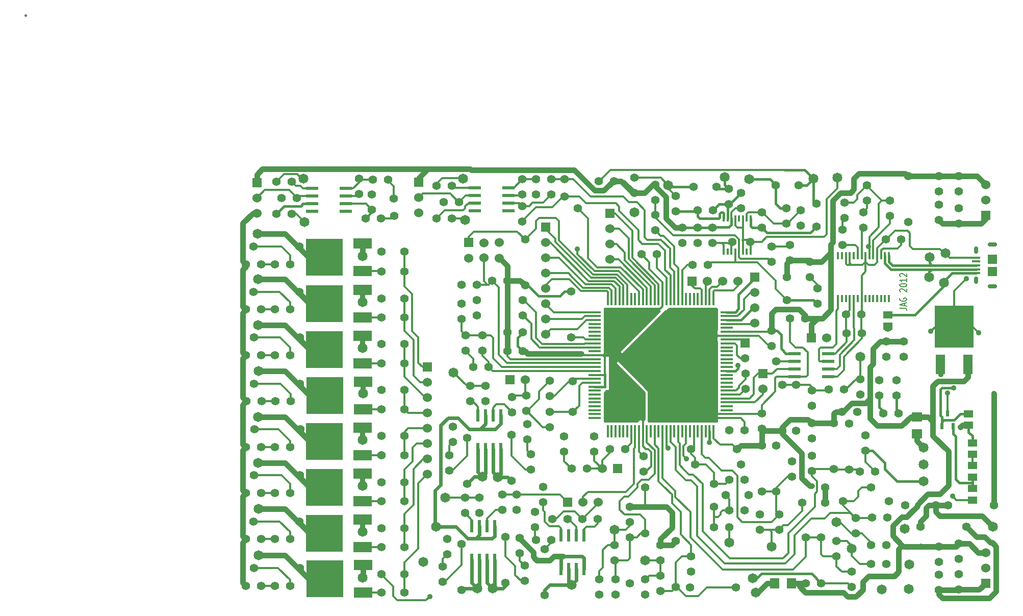
<source format=gtl>
G04 (created by PCBNEW (2013-jul-07)-stable) date Sun 25 May 2014 01:03:41 AM EDT*
%MOIN*%
G04 Gerber Fmt 3.4, Leading zero omitted, Abs format*
%FSLAX34Y34*%
G01*
G70*
G90*
G04 APERTURE LIST*
%ADD10C,0.00393701*%
%ADD11C,0.0063*%
%ADD12C,0.055*%
%ADD13R,0.0236X0.0394*%
%ADD14R,0.0157X0.0393*%
%ADD15R,0.06X0.06*%
%ADD16C,0.06*%
%ADD17R,0.015X0.08*%
%ADD18R,0.08X0.015*%
%ADD19R,0.016X0.05*%
%ADD20R,0.12X0.065*%
%ADD21R,0.24X0.24*%
%ADD22R,0.0787X0.0236*%
%ADD23R,0.059X0.0512*%
%ADD24C,0.065*%
%ADD25R,0.063X0.071*%
%ADD26R,0.0531X0.0157*%
%ADD27O,0.0295X0.0492*%
%ADD28O,0.061X0.0276*%
%ADD29R,0.061X0.061*%
%ADD30R,0.071X0.063*%
%ADD31R,0.063X0.126*%
%ADD32R,0.2559X0.2756*%
%ADD33R,0.0236X0.0787*%
%ADD34C,0.035*%
%ADD35C,0.015*%
%ADD36C,0.0124*%
%ADD37C,0.035*%
%ADD38C,0.023*%
%ADD39C,0.0321*%
%ADD40C,0.01*%
G04 APERTURE END LIST*
G54D10*
G54D11*
X57143Y-19106D02*
X57464Y-19106D01*
X57529Y-19123D01*
X57572Y-19156D01*
X57593Y-19206D01*
X57593Y-19239D01*
X57464Y-18956D02*
X57464Y-18789D01*
X57593Y-18989D02*
X57143Y-18873D01*
X57593Y-18756D01*
X57164Y-18456D02*
X57143Y-18489D01*
X57143Y-18539D01*
X57164Y-18589D01*
X57207Y-18623D01*
X57250Y-18639D01*
X57336Y-18656D01*
X57400Y-18656D01*
X57486Y-18639D01*
X57529Y-18623D01*
X57572Y-18589D01*
X57593Y-18539D01*
X57593Y-18506D01*
X57572Y-18456D01*
X57550Y-18439D01*
X57400Y-18439D01*
X57400Y-18506D01*
X57186Y-18039D02*
X57164Y-18023D01*
X57143Y-17989D01*
X57143Y-17906D01*
X57164Y-17873D01*
X57186Y-17856D01*
X57229Y-17839D01*
X57272Y-17839D01*
X57336Y-17856D01*
X57593Y-18056D01*
X57593Y-17839D01*
X57143Y-17623D02*
X57143Y-17589D01*
X57164Y-17556D01*
X57186Y-17539D01*
X57229Y-17523D01*
X57314Y-17506D01*
X57422Y-17506D01*
X57507Y-17523D01*
X57550Y-17539D01*
X57572Y-17556D01*
X57593Y-17589D01*
X57593Y-17623D01*
X57572Y-17656D01*
X57550Y-17673D01*
X57507Y-17689D01*
X57422Y-17706D01*
X57314Y-17706D01*
X57229Y-17689D01*
X57186Y-17673D01*
X57164Y-17656D01*
X57143Y-17623D01*
X57593Y-17173D02*
X57593Y-17373D01*
X57593Y-17273D02*
X57143Y-17273D01*
X57207Y-17306D01*
X57250Y-17339D01*
X57272Y-17373D01*
X57186Y-17039D02*
X57164Y-17023D01*
X57143Y-16989D01*
X57143Y-16906D01*
X57164Y-16873D01*
X57186Y-16856D01*
X57229Y-16839D01*
X57272Y-16839D01*
X57336Y-16856D01*
X57593Y-17056D01*
X57593Y-16839D01*
G54D12*
X37510Y-36830D03*
X37510Y-37830D03*
G54D13*
X59897Y-26821D03*
X60272Y-25989D03*
X60647Y-26821D03*
G54D14*
X45635Y-15412D03*
X45885Y-15412D03*
X46135Y-15412D03*
X46385Y-15412D03*
X46635Y-15412D03*
X46885Y-15412D03*
X47135Y-15412D03*
X47385Y-15412D03*
X47385Y-13248D03*
X47135Y-13248D03*
X46885Y-13248D03*
X46635Y-13248D03*
X46385Y-13248D03*
X46135Y-13248D03*
X45885Y-13248D03*
X45635Y-13248D03*
G54D12*
X50976Y-19769D03*
X49976Y-19769D03*
X59484Y-31972D03*
X57484Y-31972D03*
X59700Y-37510D03*
X59700Y-36510D03*
X61000Y-37500D03*
X61000Y-36500D03*
X61000Y-34500D03*
X61000Y-35500D03*
X59700Y-34670D03*
X59700Y-35670D03*
X54010Y-36330D03*
X54010Y-37330D03*
X55260Y-35830D03*
X56260Y-35830D03*
X55260Y-34580D03*
X56260Y-34580D03*
X55340Y-32780D03*
X56340Y-32780D03*
X54898Y-28417D03*
X54898Y-27417D03*
X51401Y-29744D03*
X51401Y-28744D03*
X54358Y-25878D03*
X53358Y-25878D03*
X51398Y-27634D03*
X51398Y-26634D03*
X48760Y-20580D03*
X48760Y-21580D03*
X48120Y-25970D03*
X48120Y-26970D03*
X46010Y-27080D03*
X47010Y-27080D03*
X50090Y-30130D03*
X50090Y-29130D03*
X48010Y-33580D03*
X48010Y-32580D03*
X46010Y-32330D03*
X47010Y-32330D03*
X47010Y-30330D03*
X46010Y-30330D03*
X43510Y-35330D03*
X43510Y-36330D03*
X40510Y-36830D03*
X40510Y-37830D03*
X38560Y-36830D03*
X38560Y-37830D03*
X40410Y-29800D03*
X40410Y-28800D03*
X34272Y-26882D03*
X34272Y-25882D03*
X34272Y-23868D03*
X34272Y-24868D03*
X35776Y-23894D03*
X35776Y-25894D03*
X29510Y-17580D03*
X28510Y-17580D03*
X28510Y-18830D03*
X28510Y-19830D03*
X32510Y-21930D03*
X31510Y-21930D03*
X29860Y-21880D03*
X29860Y-20880D03*
X28760Y-21880D03*
X28760Y-20880D03*
X40260Y-15580D03*
X41260Y-15580D03*
X43921Y-12732D03*
X44921Y-12732D03*
X48142Y-12858D03*
X48142Y-13858D03*
X53620Y-19520D03*
X54620Y-19520D03*
X53680Y-20750D03*
X54680Y-20750D03*
X57240Y-14630D03*
X56240Y-14630D03*
G54D15*
X28970Y-14830D03*
G54D16*
X28970Y-15850D03*
X29970Y-14850D03*
X29970Y-15830D03*
X30970Y-14830D03*
X30970Y-15850D03*
X62760Y-36080D03*
X62760Y-35080D03*
G54D15*
X62760Y-37080D03*
X47680Y-17090D03*
G54D16*
X47680Y-18090D03*
X47680Y-19090D03*
X47680Y-20090D03*
G54D15*
X43560Y-17350D03*
G54D16*
X44560Y-17350D03*
X45560Y-17350D03*
X46560Y-17350D03*
G54D15*
X38696Y-29594D03*
G54D16*
X37696Y-29594D03*
G54D12*
X40510Y-33830D03*
X40510Y-30830D03*
X56420Y-31730D03*
X53420Y-31730D03*
X55260Y-30830D03*
X52260Y-30830D03*
X49070Y-28090D03*
X49070Y-31090D03*
X48140Y-31080D03*
X48140Y-28080D03*
X46760Y-29330D03*
X43760Y-29330D03*
X43510Y-28330D03*
X46510Y-28330D03*
X39190Y-28330D03*
X38190Y-28330D03*
X39510Y-37080D03*
X39510Y-34080D03*
X43420Y-37340D03*
X46420Y-37340D03*
X42510Y-37330D03*
X42510Y-34330D03*
X52010Y-37080D03*
X52010Y-34080D03*
X51010Y-34080D03*
X51010Y-37080D03*
X56510Y-13080D03*
X56510Y-12080D03*
X32310Y-35120D03*
X32310Y-34120D03*
X32100Y-31290D03*
X32100Y-32290D03*
X31180Y-32290D03*
X31180Y-31290D03*
X37177Y-28492D03*
X37177Y-27492D03*
X35669Y-21027D03*
X35669Y-18027D03*
X32799Y-27681D03*
X32799Y-26681D03*
X32724Y-24834D03*
X32724Y-25834D03*
X31814Y-25909D03*
X31814Y-24909D03*
X24768Y-33490D03*
X23268Y-33490D03*
X24758Y-36490D03*
X23258Y-36490D03*
X23268Y-34730D03*
X24768Y-34730D03*
X23274Y-37689D03*
X24774Y-37689D03*
X35425Y-32875D03*
X34425Y-32875D03*
X36400Y-32875D03*
X37400Y-32875D03*
X51760Y-17830D03*
X51760Y-18830D03*
X48760Y-16080D03*
X48760Y-15080D03*
X52260Y-31830D03*
X50760Y-31830D03*
X45760Y-31330D03*
X47260Y-31330D03*
X45010Y-30580D03*
X45010Y-32080D03*
X32510Y-19580D03*
X29510Y-19580D03*
X32510Y-18580D03*
X29510Y-18580D03*
G54D17*
X44965Y-18505D03*
X44710Y-18505D03*
X44455Y-18505D03*
X44200Y-18505D03*
X43945Y-18505D03*
X43685Y-18505D03*
X43430Y-18505D03*
X43175Y-18505D03*
X42920Y-18505D03*
X42665Y-18505D03*
X42405Y-18505D03*
X42150Y-18505D03*
X41895Y-18505D03*
X41640Y-18505D03*
X41380Y-18505D03*
X41125Y-18505D03*
X40870Y-18505D03*
X40615Y-18505D03*
X40355Y-18505D03*
X40100Y-18505D03*
X39845Y-18505D03*
X39590Y-18505D03*
X39335Y-18505D03*
X39075Y-18505D03*
X38820Y-18505D03*
X38565Y-18505D03*
X38310Y-18505D03*
X38055Y-18505D03*
G54D18*
X37185Y-19375D03*
X37185Y-19630D03*
X37185Y-19885D03*
X37185Y-20140D03*
X37185Y-20395D03*
X37185Y-20655D03*
X37185Y-20910D03*
X37185Y-21165D03*
X37185Y-21420D03*
X37185Y-21675D03*
X37185Y-21935D03*
X37185Y-22190D03*
X37185Y-22445D03*
X37185Y-22700D03*
X37185Y-22960D03*
X37185Y-23215D03*
X37185Y-23470D03*
X37185Y-23725D03*
X37185Y-23985D03*
X37185Y-24240D03*
X37185Y-24495D03*
X37185Y-24750D03*
X37185Y-25005D03*
X37185Y-25265D03*
X37185Y-25520D03*
X37185Y-25775D03*
X37185Y-26030D03*
X37185Y-26285D03*
G54D17*
X38055Y-27155D03*
X38310Y-27155D03*
X38565Y-27155D03*
X38820Y-27155D03*
X39075Y-27155D03*
X39335Y-27155D03*
X39590Y-27155D03*
X39845Y-27155D03*
X40100Y-27155D03*
X40355Y-27155D03*
X40615Y-27155D03*
X40870Y-27155D03*
X41125Y-27155D03*
X41380Y-27155D03*
X41640Y-27155D03*
X41895Y-27155D03*
X42150Y-27155D03*
X42405Y-27155D03*
X42665Y-27155D03*
X42920Y-27155D03*
X43175Y-27155D03*
X43430Y-27155D03*
X43685Y-27155D03*
X43945Y-27155D03*
X44200Y-27155D03*
X44455Y-27155D03*
X44710Y-27155D03*
X44965Y-27155D03*
G54D18*
X45835Y-26285D03*
X45835Y-26030D03*
X45835Y-25775D03*
X45835Y-25520D03*
X45835Y-25265D03*
X45835Y-25005D03*
X45835Y-24750D03*
X45835Y-24495D03*
X45835Y-24240D03*
X45835Y-23985D03*
X45835Y-23725D03*
X45835Y-23470D03*
X45835Y-23215D03*
X45835Y-22960D03*
X45835Y-22700D03*
X45835Y-22445D03*
X45835Y-22190D03*
X45835Y-21935D03*
X45835Y-21675D03*
X45835Y-21420D03*
X45835Y-21165D03*
X45835Y-20910D03*
X45835Y-20655D03*
X45835Y-20395D03*
X45835Y-20140D03*
X45835Y-19885D03*
X45835Y-19630D03*
X45835Y-19375D03*
G54D12*
X51693Y-13789D03*
X51693Y-12289D03*
X49760Y-17080D03*
X49760Y-18580D03*
X23258Y-28730D03*
X24758Y-28730D03*
X23258Y-31730D03*
X24758Y-31730D03*
X24758Y-21450D03*
X23258Y-21450D03*
X24758Y-24460D03*
X23258Y-24460D03*
X24758Y-27460D03*
X23258Y-27460D03*
X24758Y-30500D03*
X23258Y-30500D03*
X23258Y-22730D03*
X24758Y-22730D03*
X23258Y-25710D03*
X24758Y-25710D03*
X24758Y-18470D03*
X23258Y-18470D03*
X23258Y-19710D03*
X24758Y-19710D03*
X24758Y-15420D03*
X23258Y-15420D03*
X23258Y-16730D03*
X24758Y-16730D03*
X30510Y-17330D03*
X31510Y-17330D03*
G54D19*
X53110Y-18480D03*
X53360Y-18480D03*
X53620Y-18480D03*
X53880Y-18480D03*
X54130Y-18480D03*
X54390Y-18480D03*
X54650Y-18480D03*
X54900Y-18480D03*
X55160Y-18480D03*
X55410Y-18480D03*
X55670Y-18480D03*
X55930Y-18480D03*
X56180Y-18480D03*
X56440Y-18480D03*
X56440Y-15680D03*
X56180Y-15680D03*
X55940Y-15680D03*
X55670Y-15680D03*
X55410Y-15680D03*
X55160Y-15680D03*
X54900Y-15680D03*
X54650Y-15680D03*
X54390Y-15680D03*
X54130Y-15680D03*
X53880Y-15680D03*
X53620Y-15680D03*
X53360Y-15680D03*
X53110Y-15680D03*
G54D12*
X29260Y-22950D03*
X30260Y-22950D03*
X35208Y-28492D03*
X35208Y-27492D03*
X55547Y-29795D03*
X54547Y-29795D03*
X49748Y-13587D03*
X49748Y-12587D03*
X42510Y-12780D03*
X42510Y-11780D03*
X45953Y-12315D03*
X45953Y-11315D03*
X39510Y-32080D03*
X39510Y-33080D03*
X49260Y-32580D03*
X49260Y-33580D03*
X38510Y-35580D03*
X38510Y-34580D03*
X46010Y-33410D03*
X45010Y-33410D03*
X41510Y-34580D03*
X41510Y-35580D03*
X41510Y-37580D03*
X41510Y-36580D03*
X54260Y-32830D03*
X54260Y-33830D03*
X53010Y-35330D03*
X53010Y-34330D03*
X33354Y-34259D03*
X34354Y-34259D03*
X53527Y-12232D03*
X53527Y-13232D03*
X55010Y-11080D03*
X55010Y-12080D03*
G54D20*
X22043Y-16695D03*
G54D21*
X19543Y-15795D03*
G54D20*
X22043Y-14895D03*
X22048Y-22730D03*
G54D21*
X19548Y-21830D03*
G54D20*
X22048Y-20930D03*
X22048Y-19730D03*
G54D21*
X19548Y-18830D03*
G54D20*
X22048Y-17930D03*
X22048Y-28730D03*
G54D21*
X19548Y-27830D03*
G54D20*
X22048Y-26930D03*
X22048Y-31730D03*
G54D21*
X19548Y-30830D03*
G54D20*
X22048Y-29930D03*
X22067Y-37687D03*
G54D21*
X19567Y-36787D03*
G54D20*
X22067Y-35887D03*
X22048Y-34730D03*
G54D21*
X19548Y-33830D03*
G54D20*
X22048Y-32930D03*
G54D12*
X31500Y-20700D03*
X32500Y-20700D03*
X32650Y-14632D03*
X32650Y-17632D03*
X44610Y-16290D03*
X43610Y-16290D03*
X41160Y-13020D03*
X41160Y-14020D03*
X41150Y-12060D03*
X41150Y-11060D03*
X15388Y-16250D03*
X14388Y-16250D03*
X15388Y-19200D03*
X14388Y-19200D03*
X15388Y-22200D03*
X14388Y-22200D03*
X15438Y-25200D03*
X14438Y-25200D03*
X15388Y-28200D03*
X14388Y-28200D03*
X15388Y-31200D03*
X14388Y-31200D03*
X15388Y-34200D03*
X14388Y-34200D03*
X15388Y-37250D03*
X14388Y-37250D03*
X38468Y-10807D03*
X37468Y-10807D03*
X39799Y-11587D03*
X39799Y-10587D03*
X59700Y-13360D03*
X59700Y-12360D03*
X59690Y-10500D03*
X59690Y-11500D03*
X60990Y-10480D03*
X60990Y-11480D03*
X61000Y-13580D03*
X61000Y-12580D03*
G54D16*
X62760Y-12040D03*
X62760Y-11040D03*
G54D15*
X62760Y-13040D03*
G54D20*
X22058Y-25710D03*
G54D21*
X19558Y-24810D03*
G54D20*
X22058Y-23910D03*
G54D12*
X43930Y-14860D03*
X43930Y-13860D03*
X44910Y-14860D03*
X44910Y-13860D03*
X42930Y-14860D03*
X42930Y-13860D03*
X35696Y-29594D03*
X36696Y-29594D03*
X32620Y-35920D03*
X32620Y-36920D03*
X33031Y-28661D03*
X33031Y-29661D03*
X33291Y-33421D03*
X33291Y-32421D03*
X16288Y-16250D03*
X17288Y-16250D03*
X16288Y-19200D03*
X17288Y-19200D03*
X16338Y-25200D03*
X17338Y-25200D03*
X16288Y-22200D03*
X17288Y-22200D03*
X16288Y-31200D03*
X17288Y-31200D03*
X16288Y-28200D03*
X17288Y-28200D03*
X16288Y-37250D03*
X17288Y-37250D03*
X16288Y-34200D03*
X17288Y-34200D03*
X49960Y-16000D03*
X49960Y-15000D03*
X51260Y-16080D03*
X51260Y-17080D03*
X54760Y-12840D03*
X54760Y-13840D03*
X53409Y-13972D03*
X53409Y-14972D03*
X60295Y-31976D03*
X63295Y-31976D03*
X58488Y-33382D03*
X61488Y-33382D03*
X51390Y-24470D03*
X51390Y-25470D03*
X54580Y-23740D03*
X54580Y-24740D03*
X50370Y-27130D03*
X50370Y-24130D03*
X49450Y-24130D03*
X49450Y-27130D03*
X52500Y-24420D03*
X53500Y-24420D03*
G54D22*
X50280Y-22070D03*
X50280Y-22570D03*
X50280Y-23070D03*
X50280Y-23570D03*
X52480Y-23570D03*
X52480Y-23070D03*
X52480Y-22570D03*
X52480Y-22070D03*
G54D12*
X53831Y-26638D03*
X53831Y-29638D03*
X52838Y-29634D03*
X52838Y-26634D03*
X50673Y-12728D03*
X50673Y-13728D03*
X46775Y-11587D03*
X46775Y-12587D03*
G54D23*
X56358Y-19546D03*
X56358Y-20296D03*
G54D12*
X56272Y-22283D03*
X56272Y-21283D03*
X55807Y-24827D03*
X55807Y-23827D03*
X56925Y-24835D03*
X56925Y-23835D03*
X57386Y-22283D03*
X57386Y-21283D03*
X28330Y-12181D03*
X27330Y-12181D03*
X57063Y-25980D03*
X56063Y-25980D03*
X26862Y-11102D03*
X27862Y-11102D03*
X26882Y-13248D03*
X27882Y-13248D03*
X32480Y-10681D03*
X32480Y-11681D03*
X33378Y-11673D03*
X34378Y-11673D03*
X34378Y-10689D03*
X33378Y-10689D03*
X32480Y-13453D03*
X32480Y-12453D03*
G54D15*
X25709Y-10890D03*
G54D16*
X25709Y-11890D03*
X25709Y-12890D03*
G54D22*
X31553Y-12738D03*
X31553Y-12238D03*
X31553Y-11738D03*
X31553Y-11238D03*
X29353Y-11238D03*
X29353Y-11738D03*
X29353Y-12238D03*
X29353Y-12738D03*
G54D12*
X35236Y-10689D03*
X35236Y-11831D03*
X17732Y-11905D03*
X16732Y-11905D03*
X23713Y-10709D03*
X22713Y-10709D03*
X23244Y-13268D03*
X22244Y-13268D03*
X21791Y-10661D03*
X21791Y-11661D03*
X22630Y-11673D03*
X22630Y-12673D03*
X16390Y-10866D03*
X17390Y-10866D03*
X16389Y-12952D03*
X17389Y-12952D03*
G54D15*
X15118Y-10909D03*
G54D16*
X15118Y-11909D03*
X15118Y-12909D03*
G54D22*
X20923Y-12797D03*
X20923Y-12297D03*
X20923Y-11797D03*
X20923Y-11297D03*
X18723Y-11297D03*
X18723Y-11797D03*
X18723Y-12297D03*
X18723Y-12797D03*
G54D24*
X18177Y-10646D03*
X18220Y-13476D03*
X28602Y-10650D03*
X28720Y-13366D03*
G54D12*
X24071Y-11953D03*
X24091Y-13079D03*
G54D25*
X50081Y-37079D03*
X48981Y-37079D03*
G54D26*
X62126Y-16828D03*
X62126Y-16571D03*
X62126Y-16315D03*
X62126Y-16059D03*
X62126Y-15803D03*
G54D27*
X62126Y-17299D03*
X62126Y-15331D03*
G54D28*
X63189Y-17693D03*
X63189Y-14937D03*
G54D29*
X63189Y-16719D03*
X63189Y-15911D03*
G54D23*
X61886Y-29392D03*
X61886Y-30142D03*
X61634Y-26753D03*
X61634Y-26003D03*
X61886Y-30892D03*
X61886Y-31642D03*
X61886Y-27912D03*
X61886Y-28662D03*
G54D12*
X43671Y-11177D03*
X45171Y-11177D03*
X49041Y-11079D03*
X50541Y-11079D03*
X57685Y-13496D03*
X57685Y-10496D03*
G54D30*
X58272Y-26206D03*
X58272Y-27306D03*
G54D31*
X59799Y-22777D03*
X61611Y-22777D03*
G54D32*
X60705Y-20317D03*
G54D12*
X47051Y-24397D03*
X47051Y-23401D03*
G54D24*
X40507Y-35578D03*
X47748Y-37677D03*
X57744Y-37448D03*
X45688Y-10566D03*
X22047Y-15720D03*
X47303Y-10700D03*
X51503Y-10645D03*
X35696Y-37200D03*
X46007Y-34429D03*
X57751Y-35846D03*
X42011Y-11078D03*
X47523Y-36740D03*
X55980Y-37480D03*
X54007Y-34830D03*
X15228Y-35240D03*
X48779Y-34688D03*
X38511Y-33578D03*
X63220Y-33397D03*
X27420Y-31470D03*
X29520Y-37410D03*
X58700Y-29330D03*
X58700Y-28228D03*
X58700Y-30413D03*
X22059Y-24700D03*
X15228Y-32212D03*
X15196Y-29212D03*
X15196Y-26212D03*
X15244Y-23212D03*
X15212Y-20208D03*
X15212Y-17208D03*
X15173Y-14267D03*
X22047Y-36720D03*
X22047Y-33720D03*
X22047Y-30720D03*
X22047Y-27720D03*
X22047Y-21720D03*
X26010Y-35670D03*
X26840Y-33380D03*
X29860Y-30130D03*
X30877Y-30145D03*
X57460Y-33515D03*
X27972Y-23318D03*
X54562Y-22271D03*
X22047Y-18720D03*
X39795Y-12846D03*
X53070Y-10598D03*
G54D12*
X27560Y-35170D03*
X27560Y-34170D03*
X29660Y-31470D03*
X29660Y-32470D03*
X28730Y-32470D03*
X28730Y-31470D03*
X33826Y-31771D03*
X33826Y-30771D03*
X27948Y-27838D03*
X27948Y-26838D03*
X29050Y-25200D03*
X29050Y-24200D03*
X30050Y-24200D03*
X30050Y-25200D03*
X27250Y-35970D03*
X27250Y-36970D03*
X36102Y-12598D03*
G54D15*
X47035Y-21389D03*
G54D12*
X47035Y-22389D03*
G54D24*
X60023Y-17452D03*
X59070Y-17094D03*
X59086Y-15787D03*
G54D15*
X26267Y-22964D03*
G54D16*
X26267Y-23964D03*
X26267Y-24964D03*
X26267Y-25964D03*
X26267Y-26964D03*
X26267Y-27964D03*
X26267Y-28964D03*
X26267Y-29964D03*
G54D15*
X48200Y-23397D03*
G54D16*
X48200Y-24397D03*
G54D24*
X60129Y-15531D03*
G54D33*
X36500Y-33950D03*
X36000Y-33950D03*
X35500Y-33950D03*
X35000Y-33950D03*
X35000Y-36150D03*
X35500Y-36150D03*
X36000Y-36150D03*
X36500Y-36150D03*
X31061Y-26128D03*
X30561Y-26128D03*
X30061Y-26128D03*
X29561Y-26128D03*
X29561Y-28328D03*
X30061Y-28328D03*
X30561Y-28328D03*
X31061Y-28328D03*
X30670Y-33360D03*
X30170Y-33360D03*
X29670Y-33360D03*
X29170Y-33360D03*
X29170Y-35560D03*
X29670Y-35560D03*
X30170Y-35560D03*
X30670Y-35560D03*
G54D12*
X27704Y-28724D03*
X27704Y-29724D03*
G54D15*
X51366Y-21066D03*
G54D16*
X52366Y-21066D03*
G54D24*
X30519Y-37409D03*
G54D15*
X31677Y-23779D03*
G54D16*
X32677Y-23779D03*
G54D15*
X35429Y-31795D03*
G54D16*
X36429Y-31795D03*
X37429Y-31795D03*
G54D12*
X33948Y-37838D03*
X33948Y-34838D03*
X14909Y-15098D03*
X17909Y-15098D03*
X14913Y-18043D03*
X17913Y-18043D03*
X14917Y-21027D03*
X17917Y-21027D03*
X14964Y-27019D03*
X17964Y-27019D03*
X14921Y-24047D03*
X17921Y-24047D03*
X14929Y-36070D03*
X17929Y-36070D03*
X14909Y-33039D03*
X17909Y-33039D03*
X14921Y-30031D03*
X17921Y-30031D03*
X31370Y-34051D03*
X31370Y-37051D03*
X28496Y-34507D03*
X28496Y-37507D03*
X28877Y-27570D03*
X28877Y-30570D03*
X31751Y-27389D03*
X31751Y-30389D03*
G54D15*
X34005Y-13832D03*
G54D16*
X34005Y-14832D03*
X34005Y-15832D03*
X34005Y-16832D03*
X34005Y-17832D03*
X34005Y-18832D03*
X34005Y-19832D03*
X34005Y-20832D03*
G54D15*
X38208Y-12919D03*
G54D16*
X38208Y-13919D03*
X38208Y-14919D03*
X38208Y-15919D03*
G54D24*
X53011Y-33080D03*
G54D34*
X55083Y-15071D03*
G54D12*
X56358Y-20394D03*
X49070Y-22570D03*
G54D34*
X51398Y-30728D03*
X59311Y-26807D03*
X61090Y-26898D03*
X44714Y-27874D03*
X46564Y-22854D03*
X43209Y-28949D03*
X36078Y-15240D03*
X34616Y-22076D03*
X33651Y-22076D03*
X35541Y-22076D03*
X36328Y-22076D03*
X26417Y-37942D03*
X60600Y-31397D03*
X61507Y-17192D03*
X62291Y-20713D03*
X59177Y-20626D03*
X60272Y-24638D03*
G54D12*
X47350Y-14780D03*
X46204Y-14791D03*
G54D34*
X42012Y-28256D03*
X59827Y-23461D03*
X60677Y-24311D03*
X63291Y-24689D03*
G54D35*
X0Y0D02*
X0Y0D01*
G54D36*
X39335Y-18505D02*
X39335Y-17575D01*
X33360Y-13922D02*
X32650Y-14632D01*
X33360Y-13420D02*
X33360Y-13922D01*
X33560Y-13220D02*
X33360Y-13420D01*
X34680Y-13220D02*
X33560Y-13220D01*
X34870Y-13410D02*
X34680Y-13220D01*
X34870Y-14690D02*
X34870Y-13410D01*
X37090Y-16910D02*
X34870Y-14690D01*
X38670Y-16910D02*
X37090Y-16910D01*
X39335Y-17575D02*
X38670Y-16910D01*
X28970Y-14840D02*
X28970Y-14440D01*
X32138Y-14120D02*
X32650Y-14632D01*
X29290Y-14120D02*
X32138Y-14120D01*
X28970Y-14440D02*
X29290Y-14120D01*
X40355Y-18505D02*
X40355Y-17895D01*
X36760Y-13260D02*
X36100Y-12600D01*
X40355Y-17895D02*
X38910Y-16450D01*
X38910Y-16450D02*
X37370Y-16450D01*
X36760Y-15840D02*
X36760Y-13260D01*
X37370Y-16450D02*
X36760Y-15840D01*
X37185Y-22700D02*
X31480Y-22700D01*
X31480Y-22700D02*
X30930Y-22150D01*
X30930Y-22150D02*
X30930Y-17750D01*
X29970Y-15840D02*
X29970Y-17350D01*
X29970Y-17350D02*
X30200Y-17580D01*
X29510Y-17580D02*
X30200Y-17580D01*
X30200Y-17580D02*
X30260Y-17580D01*
X30930Y-17750D02*
X30510Y-17330D01*
X30260Y-17580D02*
X30510Y-17330D01*
X53527Y-12232D02*
X54138Y-12232D01*
X54382Y-11708D02*
X55010Y-11080D01*
X54382Y-11988D02*
X54382Y-11708D01*
X54138Y-12232D02*
X54382Y-11988D01*
X55160Y-15148D02*
X55160Y-15680D01*
X55083Y-15071D02*
X55160Y-15148D01*
X56358Y-20394D02*
X56358Y-20296D01*
X52480Y-22070D02*
X52930Y-22070D01*
X53680Y-21320D02*
X53680Y-20750D01*
X52930Y-22070D02*
X53680Y-21320D01*
X53880Y-18480D02*
X53880Y-19260D01*
X53880Y-19260D02*
X53620Y-19520D01*
X55160Y-15680D02*
X55160Y-14440D01*
X55770Y-12270D02*
X55960Y-12080D01*
X55770Y-13830D02*
X55770Y-12270D01*
X55160Y-14440D02*
X55770Y-13830D01*
X55960Y-12080D02*
X56510Y-12080D01*
X55010Y-11080D02*
X55010Y-11130D01*
X55010Y-11130D02*
X55960Y-12080D01*
X55960Y-12080D02*
X56510Y-12080D01*
X53620Y-19520D02*
X53620Y-20690D01*
X53620Y-20690D02*
X53680Y-20750D01*
G54D35*
X59086Y-15787D02*
X59086Y-16153D01*
X59086Y-16153D02*
X59248Y-16315D01*
X56440Y-15680D02*
X56440Y-16074D01*
X56681Y-16315D02*
X57441Y-16315D01*
X56440Y-16074D02*
X56681Y-16315D01*
X62126Y-16315D02*
X59248Y-16315D01*
X59248Y-16315D02*
X57441Y-16315D01*
X59070Y-17094D02*
X59070Y-16720D01*
X59070Y-16720D02*
X59220Y-16571D01*
X56180Y-15680D02*
X56180Y-16188D01*
X56563Y-16571D02*
X59220Y-16571D01*
X59220Y-16571D02*
X62126Y-16571D01*
X56180Y-16188D02*
X56563Y-16571D01*
G54D36*
X45835Y-25265D02*
X47672Y-25265D01*
X48201Y-24736D02*
X48201Y-24398D01*
X47672Y-25265D02*
X48201Y-24736D01*
X50280Y-22570D02*
X49070Y-22570D01*
X50280Y-23070D02*
X49119Y-23070D01*
X48791Y-23398D02*
X48201Y-23398D01*
X49119Y-23070D02*
X48791Y-23398D01*
X45835Y-25005D02*
X47325Y-25005D01*
X47325Y-25005D02*
X47614Y-24716D01*
X47614Y-24716D02*
X47614Y-23645D01*
X47614Y-23645D02*
X47861Y-23398D01*
X47861Y-23398D02*
X48201Y-23398D01*
X60129Y-15531D02*
X60027Y-15531D01*
X59753Y-15257D02*
X59498Y-15257D01*
X60027Y-15531D02*
X59753Y-15257D01*
X62126Y-15803D02*
X60401Y-15803D01*
X60401Y-15803D02*
X60129Y-15531D01*
X59188Y-15257D02*
X59498Y-15257D01*
X56264Y-14630D02*
X56827Y-14067D01*
X56827Y-14067D02*
X57666Y-14067D01*
X57666Y-14067D02*
X57803Y-14204D01*
X57803Y-14204D02*
X57803Y-14826D01*
X56240Y-14630D02*
X56264Y-14630D01*
X57803Y-15051D02*
X58009Y-15257D01*
X57803Y-14826D02*
X57803Y-15051D01*
X58009Y-15257D02*
X59188Y-15257D01*
X55670Y-15680D02*
X55670Y-15200D01*
X55670Y-15200D02*
X56240Y-14630D01*
X52480Y-23570D02*
X53067Y-23570D01*
X54680Y-21100D02*
X54680Y-20750D01*
X53500Y-22280D02*
X54680Y-21100D01*
X53500Y-23137D02*
X53500Y-22280D01*
X53067Y-23570D02*
X53500Y-23137D01*
X54650Y-18480D02*
X54650Y-19490D01*
X54650Y-19490D02*
X54620Y-19520D01*
X55670Y-15680D02*
X55670Y-16130D01*
X55670Y-16130D02*
X55510Y-16290D01*
X55510Y-16290D02*
X55110Y-16290D01*
X55110Y-16290D02*
X54900Y-16080D01*
X54900Y-16080D02*
X54900Y-15680D01*
X53620Y-15680D02*
X53620Y-16220D01*
X53620Y-16220D02*
X53690Y-16290D01*
X53690Y-16290D02*
X54690Y-16290D01*
X54690Y-16290D02*
X54900Y-16080D01*
X54900Y-16080D02*
X54900Y-15680D01*
X53880Y-15680D02*
X53880Y-16180D01*
X53880Y-16180D02*
X53990Y-16290D01*
X53990Y-16290D02*
X54690Y-16290D01*
X54690Y-16290D02*
X54900Y-16080D01*
X54900Y-16080D02*
X54900Y-15680D01*
X54650Y-18480D02*
X54650Y-16970D01*
X54650Y-16970D02*
X54900Y-16720D01*
X54900Y-16720D02*
X54900Y-15680D01*
X54620Y-19520D02*
X54620Y-20690D01*
X54620Y-20690D02*
X54680Y-20750D01*
G54D35*
X56358Y-19546D02*
X58127Y-19546D01*
X60023Y-17649D02*
X60023Y-17452D01*
X58127Y-19546D02*
X60023Y-17649D01*
X60023Y-17362D02*
X60023Y-17452D01*
X60557Y-16828D02*
X60023Y-17362D01*
X62126Y-16828D02*
X60557Y-16828D01*
G54D37*
X32310Y-34120D02*
X32310Y-34164D01*
X32310Y-34164D02*
X33192Y-35047D01*
X33192Y-35047D02*
X33192Y-35366D01*
X33192Y-35366D02*
X33401Y-35574D01*
X33401Y-35574D02*
X34271Y-35574D01*
X34271Y-35574D02*
X34539Y-35307D01*
X34539Y-35307D02*
X35125Y-35307D01*
X14388Y-34200D02*
X14388Y-34218D01*
X14200Y-37062D02*
X14388Y-37250D01*
X14200Y-34405D02*
X14200Y-37062D01*
X14388Y-34218D02*
X14200Y-34405D01*
X14388Y-31200D02*
X14388Y-31218D01*
X14208Y-34020D02*
X14388Y-34200D01*
X14208Y-31397D02*
X14208Y-34020D01*
X14388Y-31218D02*
X14208Y-31397D01*
X14388Y-28200D02*
X14388Y-28214D01*
X14204Y-31016D02*
X14388Y-31200D01*
X14204Y-28397D02*
X14204Y-31016D01*
X14388Y-28214D02*
X14204Y-28397D01*
X14438Y-25200D02*
X14414Y-25200D01*
X14208Y-28020D02*
X14388Y-28200D01*
X14208Y-25405D02*
X14208Y-28020D01*
X14414Y-25200D02*
X14208Y-25405D01*
X14388Y-22200D02*
X14388Y-22206D01*
X14200Y-24962D02*
X14438Y-25200D01*
X14200Y-22393D02*
X14200Y-24962D01*
X14388Y-22206D02*
X14200Y-22393D01*
X14388Y-19200D02*
X14388Y-19222D01*
X14204Y-22016D02*
X14388Y-22200D01*
X14204Y-19405D02*
X14204Y-22016D01*
X14388Y-19222D02*
X14204Y-19405D01*
X14388Y-16250D02*
X14388Y-16403D01*
X14200Y-19012D02*
X14388Y-19200D01*
X14200Y-16590D02*
X14200Y-19012D01*
X14388Y-16403D02*
X14200Y-16590D01*
X15118Y-12909D02*
X14854Y-12909D01*
X14196Y-16058D02*
X14388Y-16250D01*
X14196Y-13566D02*
X14196Y-16058D01*
X14854Y-12909D02*
X14196Y-13566D01*
G54D38*
X35000Y-36150D02*
X35000Y-35433D01*
X35000Y-35433D02*
X35125Y-35307D01*
X36500Y-35429D02*
X36500Y-36150D01*
X35125Y-35307D02*
X36377Y-35307D01*
X36377Y-35307D02*
X36500Y-35429D01*
G54D37*
X22048Y-15720D02*
X22048Y-14900D01*
X22048Y-14900D02*
X22043Y-14895D01*
G54D36*
X17909Y-15098D02*
X17811Y-15098D01*
X17811Y-15098D02*
X16981Y-14268D01*
G54D37*
X15173Y-14268D02*
X16981Y-14268D01*
X16981Y-14268D02*
X17813Y-15100D01*
X19543Y-15795D02*
X18508Y-15795D01*
X18508Y-15795D02*
X17813Y-15100D01*
G54D39*
X22048Y-17930D02*
X22048Y-18720D01*
G54D36*
X17913Y-18043D02*
X17806Y-18043D01*
X17806Y-18043D02*
X16972Y-17209D01*
G54D37*
X15213Y-17209D02*
X16972Y-17209D01*
X16972Y-17209D02*
X17813Y-18050D01*
X19548Y-18830D02*
X18593Y-18830D01*
X18593Y-18830D02*
X17813Y-18050D01*
G54D39*
X22048Y-20930D02*
X22048Y-21720D01*
G54D36*
X17917Y-21027D02*
X17790Y-21027D01*
X17790Y-21027D02*
X16972Y-20209D01*
G54D37*
X15213Y-20209D02*
X16972Y-20209D01*
X16972Y-20209D02*
X17813Y-21050D01*
X19548Y-21830D02*
X18593Y-21830D01*
X18593Y-21830D02*
X17813Y-21050D01*
G54D39*
X22058Y-23910D02*
X22058Y-24700D01*
G54D36*
X17921Y-24047D02*
X17724Y-24047D01*
X17724Y-24047D02*
X16890Y-23213D01*
G54D37*
X15244Y-23213D02*
X16890Y-23213D01*
X16890Y-23213D02*
X16976Y-23213D01*
X16976Y-23213D02*
X17813Y-24050D01*
X19558Y-24810D02*
X18573Y-24810D01*
X18573Y-24810D02*
X17813Y-24050D01*
G54D39*
X22048Y-26930D02*
X22048Y-27720D01*
G54D36*
X17964Y-27019D02*
X17782Y-27019D01*
X17782Y-27019D02*
X16976Y-26213D01*
G54D37*
X15197Y-26213D02*
X16976Y-26213D01*
X16976Y-26213D02*
X17813Y-27050D01*
X19548Y-27830D02*
X18593Y-27830D01*
X18593Y-27830D02*
X17813Y-27050D01*
G54D39*
X22048Y-29930D02*
X22048Y-30720D01*
G54D36*
X17921Y-30031D02*
X17791Y-30031D01*
X17791Y-30031D02*
X16972Y-29213D01*
G54D37*
X15197Y-29213D02*
X16972Y-29213D01*
X16972Y-29213D02*
X16976Y-29213D01*
X16976Y-29213D02*
X17813Y-30050D01*
X19548Y-30830D02*
X18593Y-30830D01*
X18593Y-30830D02*
X17813Y-30050D01*
G54D39*
X22048Y-32930D02*
X22048Y-33720D01*
G54D36*
X17909Y-33039D02*
X17802Y-33039D01*
X17802Y-33039D02*
X16976Y-32213D01*
G54D37*
X15228Y-32213D02*
X16976Y-32213D01*
X16976Y-32213D02*
X17813Y-33050D01*
X19548Y-33830D02*
X18593Y-33830D01*
X18593Y-33830D02*
X17813Y-33050D01*
X22067Y-35887D02*
X22067Y-36701D01*
X22067Y-36701D02*
X22048Y-36720D01*
G54D36*
X17929Y-36070D02*
X17783Y-36070D01*
X17783Y-36070D02*
X16953Y-35240D01*
G54D37*
X15228Y-35240D02*
X16953Y-35240D01*
X16953Y-35240D02*
X17813Y-36100D01*
X19567Y-36787D02*
X18500Y-36787D01*
X18500Y-36787D02*
X17813Y-36100D01*
G54D36*
X46010Y-34430D02*
X46010Y-33410D01*
X41510Y-36580D02*
X40760Y-36580D01*
X40760Y-36580D02*
X40510Y-36830D01*
X41510Y-35580D02*
X41510Y-36580D01*
X40510Y-35580D02*
X41510Y-35580D01*
X54260Y-33830D02*
X54660Y-33830D01*
X55260Y-34430D02*
X55260Y-34580D01*
X54660Y-33830D02*
X55260Y-34430D01*
X53980Y-33830D02*
X54260Y-33830D01*
X53010Y-33080D02*
X53230Y-33080D01*
X53230Y-33080D02*
X53980Y-33830D01*
X37510Y-36830D02*
X37510Y-36270D01*
X38050Y-34580D02*
X38510Y-34580D01*
X37730Y-34900D02*
X38050Y-34580D01*
X37730Y-36050D02*
X37730Y-34900D01*
X37510Y-36270D02*
X37730Y-36050D01*
X38510Y-33580D02*
X39240Y-33580D01*
X39510Y-33310D02*
X39510Y-33080D01*
X39240Y-33580D02*
X39510Y-33310D01*
X38510Y-33580D02*
X38510Y-34580D01*
X54563Y-22272D02*
X54563Y-23723D01*
X54563Y-23723D02*
X54580Y-23740D01*
X53500Y-24420D02*
X53610Y-24420D01*
X54290Y-23740D02*
X54580Y-23740D01*
X53610Y-24420D02*
X54290Y-23740D01*
G54D35*
X43671Y-11177D02*
X42107Y-11177D01*
X42107Y-11177D02*
X42010Y-11080D01*
G54D36*
X39799Y-10587D02*
X41517Y-10587D01*
X41517Y-10587D02*
X42010Y-11080D01*
X42010Y-11080D02*
X42010Y-11280D01*
X42010Y-11280D02*
X42510Y-11780D01*
G54D35*
X45689Y-10567D02*
X45689Y-11051D01*
X45689Y-11051D02*
X45953Y-11315D01*
X45953Y-11315D02*
X45309Y-11315D01*
X45309Y-11315D02*
X45171Y-11177D01*
X50541Y-11079D02*
X51071Y-11079D01*
X51071Y-11079D02*
X51504Y-10646D01*
X51504Y-10646D02*
X51504Y-12100D01*
X51504Y-12100D02*
X51693Y-12289D01*
X49649Y-10079D02*
X50937Y-10079D01*
X50937Y-10079D02*
X51504Y-10646D01*
G54D36*
X37468Y-10807D02*
X37493Y-10807D01*
X38221Y-10079D02*
X49649Y-10079D01*
X37493Y-10807D02*
X38221Y-10079D01*
G54D35*
X47303Y-10701D02*
X48663Y-10701D01*
X48663Y-10701D02*
X49041Y-11079D01*
X49041Y-11079D02*
X49041Y-12285D01*
X49343Y-12587D02*
X49748Y-12587D01*
X49041Y-12285D02*
X49343Y-12587D01*
G54D36*
X50760Y-31830D02*
X50760Y-32360D01*
X49540Y-33300D02*
X49260Y-33580D01*
X49820Y-33300D02*
X49540Y-33300D01*
X50760Y-32360D02*
X49820Y-33300D01*
X48780Y-34690D02*
X48780Y-33720D01*
X48780Y-33720D02*
X48640Y-33580D01*
X48010Y-33580D02*
X48640Y-33580D01*
X48640Y-33580D02*
X49260Y-33580D01*
G54D37*
X48981Y-37079D02*
X48472Y-37079D01*
X48472Y-37079D02*
X47874Y-37677D01*
X47874Y-37677D02*
X47748Y-37677D01*
G54D35*
X47748Y-37677D02*
X47874Y-37677D01*
X47874Y-37677D02*
X48472Y-37079D01*
G54D36*
X55260Y-35830D02*
X54540Y-35830D01*
X54010Y-35300D02*
X54010Y-34830D01*
X54540Y-35830D02*
X54010Y-35300D01*
X53010Y-34330D02*
X53700Y-34330D01*
X54010Y-34640D02*
X54010Y-34830D01*
X53700Y-34330D02*
X54010Y-34640D01*
G54D38*
X35696Y-37200D02*
X34259Y-37200D01*
X33948Y-37511D02*
X33948Y-37838D01*
X34259Y-37200D02*
X33948Y-37511D01*
X36000Y-36150D02*
X36000Y-36897D01*
X36000Y-36897D02*
X35696Y-37200D01*
X35500Y-36150D02*
X35500Y-37003D01*
X35500Y-37003D02*
X35696Y-37200D01*
X29860Y-30130D02*
X29318Y-30130D01*
X29318Y-30130D02*
X28877Y-30570D01*
X30061Y-28328D02*
X30061Y-29928D01*
X30061Y-29928D02*
X29860Y-30130D01*
X29561Y-28328D02*
X29561Y-29831D01*
X29561Y-29831D02*
X29860Y-30130D01*
G54D35*
X29561Y-29831D02*
X29860Y-30130D01*
X30061Y-29928D02*
X29860Y-30130D01*
G54D36*
X29050Y-24200D02*
X28853Y-24200D01*
X28853Y-24200D02*
X27972Y-23318D01*
X29050Y-24200D02*
X30050Y-24200D01*
G54D38*
X30877Y-30145D02*
X31507Y-30145D01*
X31507Y-30145D02*
X31751Y-30389D01*
X31061Y-28328D02*
X31061Y-29962D01*
X31061Y-29962D02*
X30877Y-30145D01*
X30561Y-28328D02*
X30561Y-29828D01*
X30561Y-29828D02*
X30877Y-30145D01*
X29520Y-37410D02*
X28593Y-37410D01*
X28593Y-37410D02*
X28496Y-37507D01*
X29170Y-35560D02*
X29170Y-37060D01*
X29170Y-37060D02*
X29520Y-37410D01*
X29670Y-35560D02*
X29670Y-37260D01*
X29670Y-37260D02*
X29520Y-37410D01*
G54D35*
X29170Y-37060D02*
X29520Y-37410D01*
X29670Y-37260D02*
X29520Y-37410D01*
G54D36*
X27420Y-31470D02*
X28730Y-31470D01*
X28730Y-31470D02*
X29660Y-31470D01*
G54D38*
X31370Y-37051D02*
X31370Y-37236D01*
X31196Y-37409D02*
X30519Y-37409D01*
X31370Y-37236D02*
X31196Y-37409D01*
X30670Y-35560D02*
X30670Y-37259D01*
X30670Y-37259D02*
X30519Y-37409D01*
X30170Y-35560D02*
X30170Y-37059D01*
X30170Y-37059D02*
X30519Y-37409D01*
X29670Y-33360D02*
X29670Y-33912D01*
X29670Y-33912D02*
X29440Y-34141D01*
X29244Y-34141D02*
X29440Y-34141D01*
X29440Y-34141D02*
X30500Y-34141D01*
X30500Y-34141D02*
X30670Y-33971D01*
X26840Y-33380D02*
X28139Y-33380D01*
X28139Y-33380D02*
X28901Y-34141D01*
X28901Y-34141D02*
X29244Y-34141D01*
X30061Y-26128D02*
X30061Y-26668D01*
X30061Y-26668D02*
X29720Y-27010D01*
X26840Y-33380D02*
X26770Y-33380D01*
X26770Y-33380D02*
X26780Y-33370D01*
X26780Y-33370D02*
X26780Y-31010D01*
X26780Y-31010D02*
X27140Y-30650D01*
X27140Y-30650D02*
X27140Y-26760D01*
X27140Y-26760D02*
X27620Y-26280D01*
X27620Y-26280D02*
X28270Y-26280D01*
X28270Y-26280D02*
X29000Y-27010D01*
X29000Y-27010D02*
X29720Y-27010D01*
X31061Y-26648D02*
X31061Y-26128D01*
X29720Y-27010D02*
X30700Y-27010D01*
X30700Y-27010D02*
X31061Y-26648D01*
X30670Y-34010D02*
X30670Y-33971D01*
G54D35*
X30670Y-34010D02*
X30670Y-33360D01*
G54D38*
X30670Y-33971D02*
X30670Y-33360D01*
G54D37*
X62523Y-32701D02*
X63220Y-33398D01*
X59756Y-32701D02*
X62523Y-32701D01*
X59484Y-32429D02*
X59756Y-32701D01*
X58488Y-33382D02*
X58488Y-33055D01*
X58870Y-32137D02*
X59035Y-31972D01*
X58870Y-32673D02*
X58870Y-32137D01*
X58488Y-33055D02*
X58870Y-32673D01*
X59035Y-31972D02*
X59484Y-31972D01*
X59484Y-31972D02*
X60291Y-31972D01*
X60291Y-31972D02*
X60295Y-31976D01*
X59484Y-31972D02*
X59035Y-31972D01*
X59484Y-31972D02*
X59484Y-32429D01*
G54D35*
X60291Y-31972D02*
X60295Y-31976D01*
G54D36*
X44965Y-27155D02*
X44965Y-27602D01*
X46211Y-28031D02*
X46510Y-28330D01*
X45393Y-28031D02*
X46211Y-28031D01*
X44965Y-27602D02*
X45393Y-28031D01*
G54D37*
X59311Y-26807D02*
X59311Y-24193D01*
X61611Y-23606D02*
X61611Y-22777D01*
X61331Y-23886D02*
X61611Y-23606D01*
X59618Y-23886D02*
X61331Y-23886D01*
X59311Y-24193D02*
X59618Y-23886D01*
X60319Y-30696D02*
X59976Y-31039D01*
X59976Y-31039D02*
X59976Y-31040D01*
X58295Y-32043D02*
X57586Y-32752D01*
X58295Y-31941D02*
X58295Y-32043D01*
X58980Y-31256D02*
X58295Y-31941D01*
X59760Y-31256D02*
X58980Y-31256D01*
X59976Y-31040D02*
X59760Y-31256D01*
X57272Y-32752D02*
X57586Y-32752D01*
X57586Y-32752D02*
X57980Y-32358D01*
X57980Y-32358D02*
X58098Y-32240D01*
X58098Y-32240D02*
X57980Y-32358D01*
X52260Y-30830D02*
X52260Y-31830D01*
X49450Y-27130D02*
X49450Y-27308D01*
X51251Y-30728D02*
X51398Y-30728D01*
X50740Y-30217D02*
X51251Y-30728D01*
X50740Y-28598D02*
X50740Y-30217D01*
X49450Y-27308D02*
X50740Y-28598D01*
X48140Y-28080D02*
X46760Y-28080D01*
X46760Y-28080D02*
X46510Y-28330D01*
X48120Y-26970D02*
X48120Y-28060D01*
X48120Y-28060D02*
X48140Y-28080D01*
X49450Y-27130D02*
X48280Y-27130D01*
X48280Y-27130D02*
X48120Y-26970D01*
X58272Y-26206D02*
X57857Y-26206D01*
X55677Y-26799D02*
X55201Y-26323D01*
X57264Y-26799D02*
X55677Y-26799D01*
X57857Y-26206D02*
X57264Y-26799D01*
X49450Y-27130D02*
X49450Y-26888D01*
X51146Y-26382D02*
X51398Y-26634D01*
X49956Y-26382D02*
X51146Y-26382D01*
X49450Y-26888D02*
X49956Y-26382D01*
X55201Y-25035D02*
X55201Y-26323D01*
X51398Y-26634D02*
X52838Y-26634D01*
X53358Y-25878D02*
X52957Y-25878D01*
X52957Y-25878D02*
X52838Y-25997D01*
X52838Y-25997D02*
X52838Y-26634D01*
X56272Y-21283D02*
X55862Y-21283D01*
X53437Y-25878D02*
X53358Y-25878D01*
X54004Y-25311D02*
X53437Y-25878D01*
X54925Y-25311D02*
X54004Y-25311D01*
X55201Y-25035D02*
X54925Y-25311D01*
X55201Y-22941D02*
X55201Y-25035D01*
X55390Y-22752D02*
X55201Y-22941D01*
X55390Y-21755D02*
X55390Y-22752D01*
X55862Y-21283D02*
X55390Y-21755D01*
X57386Y-21283D02*
X56272Y-21283D01*
X42510Y-34330D02*
X42260Y-34580D01*
X42260Y-34580D02*
X41510Y-34580D01*
X39510Y-32080D02*
X41883Y-32080D01*
X41510Y-34187D02*
X41510Y-34580D01*
X42256Y-33441D02*
X41510Y-34187D01*
X42256Y-32453D02*
X42256Y-33441D01*
X41883Y-32080D02*
X42256Y-32453D01*
X61634Y-26753D02*
X61235Y-26753D01*
X61235Y-26753D02*
X61090Y-26898D01*
X59311Y-26807D02*
X59311Y-27444D01*
X60319Y-28452D02*
X60319Y-28504D01*
X59311Y-27444D02*
X60319Y-28452D01*
X58272Y-26206D02*
X58997Y-26206D01*
X59311Y-26520D02*
X59311Y-26807D01*
X58997Y-26206D02*
X59311Y-26520D01*
X60319Y-30696D02*
X60319Y-28504D01*
X56468Y-36608D02*
X56786Y-36608D01*
X57071Y-34847D02*
X57311Y-34607D01*
X57071Y-36323D02*
X57071Y-34847D01*
X56786Y-36608D02*
X57071Y-36323D01*
X56701Y-33997D02*
X57311Y-34607D01*
X57272Y-32752D02*
X56701Y-33323D01*
X56701Y-33323D02*
X56701Y-33997D01*
X57311Y-34607D02*
X57385Y-34681D01*
X57385Y-34681D02*
X58500Y-34681D01*
X58500Y-34681D02*
X58500Y-34660D01*
X61000Y-34500D02*
X61697Y-34500D01*
X62277Y-35080D02*
X62760Y-35080D01*
X61697Y-34500D02*
X62277Y-35080D01*
X59700Y-34670D02*
X60830Y-34670D01*
X60830Y-34670D02*
X61000Y-34500D01*
X50081Y-37079D02*
X50516Y-37079D01*
X54724Y-36991D02*
X55107Y-36608D01*
X54724Y-37512D02*
X54724Y-36991D01*
X54272Y-37964D02*
X54724Y-37512D01*
X53736Y-37964D02*
X54272Y-37964D01*
X53457Y-37685D02*
X53736Y-37964D01*
X50980Y-37685D02*
X53457Y-37685D01*
X50587Y-37292D02*
X50980Y-37685D01*
X50587Y-37150D02*
X50587Y-37292D01*
X50516Y-37079D02*
X50587Y-37150D01*
X55107Y-36608D02*
X56468Y-36608D01*
X58500Y-34660D02*
X58510Y-34670D01*
X58510Y-34670D02*
X59700Y-34670D01*
X51010Y-37080D02*
X50082Y-37080D01*
X50082Y-37080D02*
X50081Y-37079D01*
G54D35*
X61235Y-26753D02*
X61090Y-26898D01*
X59976Y-31039D02*
X60319Y-30696D01*
X61886Y-27912D02*
X61886Y-27461D01*
X61634Y-27209D02*
X61634Y-26753D01*
X61886Y-27461D02*
X61634Y-27209D01*
G54D36*
X46760Y-28080D02*
X46510Y-28330D01*
G54D35*
X51010Y-37080D02*
X50072Y-37080D01*
X54631Y-37084D02*
X55107Y-36608D01*
X54631Y-37462D02*
X54631Y-37084D01*
X50072Y-37080D02*
X50066Y-37086D01*
X50066Y-37086D02*
X50523Y-37086D01*
X50523Y-37086D02*
X50558Y-37121D01*
X50558Y-37121D02*
X50558Y-37263D01*
X50558Y-37263D02*
X50918Y-37623D01*
X50918Y-37623D02*
X53513Y-37623D01*
X53513Y-37623D02*
X53783Y-37893D01*
X53783Y-37893D02*
X54200Y-37893D01*
X54200Y-37893D02*
X54631Y-37462D01*
G54D36*
X40510Y-30830D02*
X40510Y-31940D01*
X40510Y-31940D02*
X40590Y-32020D01*
X41510Y-34580D02*
X41510Y-34280D01*
X41510Y-34280D02*
X42410Y-33380D01*
X42410Y-33380D02*
X42410Y-32510D01*
X42410Y-32510D02*
X41920Y-32020D01*
X41920Y-32020D02*
X40590Y-32020D01*
X39570Y-32020D02*
X39510Y-32080D01*
X40590Y-32020D02*
X39570Y-32020D01*
G54D35*
X41510Y-34580D02*
X42260Y-34580D01*
X42260Y-34580D02*
X42510Y-34330D01*
X58500Y-34660D02*
X59690Y-34660D01*
X59690Y-34660D02*
X59700Y-34670D01*
X60830Y-34670D02*
X61000Y-34500D01*
X52957Y-25878D02*
X52838Y-25997D01*
X52838Y-26634D02*
X52838Y-25997D01*
X32650Y-17632D02*
X32848Y-17632D01*
X35220Y-18027D02*
X35669Y-18027D01*
X34921Y-18326D02*
X35220Y-18027D01*
X33543Y-18326D02*
X34921Y-18326D01*
X32848Y-17632D02*
X33543Y-18326D01*
X50280Y-22070D02*
X49712Y-22070D01*
X49712Y-22070D02*
X49405Y-21763D01*
X49405Y-21763D02*
X49405Y-20858D01*
X49405Y-20858D02*
X49127Y-20580D01*
X49127Y-20580D02*
X48760Y-20580D01*
X44710Y-27155D02*
X44710Y-27869D01*
X44710Y-27869D02*
X44714Y-27874D01*
X45835Y-23215D02*
X46410Y-23215D01*
X46564Y-23061D02*
X46564Y-22854D01*
X46410Y-23215D02*
X46564Y-23061D01*
G54D37*
X25709Y-10890D02*
X25709Y-10630D01*
X26264Y-10051D02*
X26264Y-10024D01*
X26291Y-10024D02*
X26264Y-10051D01*
X26315Y-10024D02*
X26291Y-10024D01*
X25709Y-10630D02*
X26315Y-10024D01*
X31500Y-20700D02*
X31500Y-21920D01*
X31500Y-21920D02*
X31510Y-21930D01*
X31510Y-17330D02*
X31510Y-20690D01*
X31510Y-20690D02*
X31500Y-20700D01*
X30970Y-15840D02*
X30990Y-15840D01*
X30990Y-15840D02*
X31510Y-16360D01*
X50516Y-19177D02*
X50563Y-19177D01*
X49460Y-19177D02*
X49452Y-19185D01*
X50516Y-19177D02*
X49460Y-19177D01*
X48760Y-19457D02*
X49032Y-19185D01*
X49032Y-19185D02*
X49452Y-19185D01*
X48760Y-20580D02*
X48760Y-19457D01*
X50563Y-19177D02*
X50976Y-19590D01*
X50976Y-19590D02*
X50976Y-19769D01*
X51366Y-21067D02*
X51366Y-20166D01*
X51366Y-20166D02*
X51763Y-19769D01*
X52630Y-15484D02*
X52630Y-19230D01*
X52630Y-19230D02*
X52091Y-19769D01*
X52091Y-19769D02*
X51763Y-19769D01*
X51763Y-19769D02*
X50976Y-19769D01*
X51260Y-16080D02*
X52034Y-16080D01*
X52034Y-16080D02*
X52630Y-15484D01*
X52630Y-15484D02*
X52630Y-14964D01*
X52630Y-14964D02*
X52760Y-14834D01*
X52760Y-14834D02*
X52760Y-12098D01*
X52760Y-12098D02*
X53279Y-11579D01*
X53279Y-11579D02*
X53917Y-11579D01*
X53917Y-11579D02*
X54130Y-11366D01*
X54130Y-11366D02*
X54130Y-10657D01*
X54130Y-10657D02*
X54480Y-10307D01*
X54480Y-10307D02*
X57496Y-10307D01*
X57496Y-10307D02*
X57685Y-10496D01*
X49960Y-16000D02*
X51180Y-16000D01*
X51180Y-16000D02*
X51260Y-16080D01*
X49760Y-17080D02*
X49760Y-16200D01*
X49760Y-16200D02*
X49960Y-16000D01*
X18421Y-10024D02*
X26264Y-10024D01*
X26264Y-10024D02*
X29079Y-10024D01*
X38398Y-10807D02*
X37788Y-11417D01*
X37788Y-11417D02*
X37189Y-11417D01*
X37189Y-11417D02*
X35859Y-10087D01*
X38468Y-10807D02*
X38398Y-10807D01*
X18421Y-10024D02*
X15476Y-10024D01*
X15476Y-10024D02*
X15118Y-10382D01*
X29142Y-10087D02*
X35859Y-10087D01*
X29079Y-10024D02*
X29142Y-10087D01*
X15118Y-10382D02*
X15118Y-10909D01*
X39799Y-11587D02*
X39705Y-11587D01*
X38925Y-10807D02*
X38468Y-10807D01*
X39705Y-11587D02*
X38925Y-10807D01*
X41150Y-11060D02*
X40987Y-11060D01*
X40987Y-11060D02*
X40460Y-11587D01*
X40460Y-11587D02*
X39799Y-11587D01*
X42930Y-13860D02*
X42478Y-13860D01*
X41150Y-11150D02*
X41150Y-11060D01*
X41858Y-11858D02*
X41150Y-11150D01*
X41858Y-13240D02*
X41858Y-11858D01*
X42478Y-13860D02*
X41858Y-13240D01*
X59690Y-10500D02*
X57689Y-10500D01*
X57689Y-10500D02*
X57685Y-10496D01*
X59690Y-10500D02*
X60970Y-10500D01*
X60970Y-10500D02*
X60990Y-10480D01*
X60990Y-10480D02*
X62200Y-10480D01*
X62200Y-10480D02*
X62760Y-11040D01*
G54D35*
X62200Y-10480D02*
X62760Y-11040D01*
X60970Y-10500D02*
X60990Y-10480D01*
X15118Y-10382D02*
X15118Y-10909D01*
X38468Y-10807D02*
X38468Y-10902D01*
X38468Y-10902D02*
X37972Y-11398D01*
X37972Y-11398D02*
X37264Y-11398D01*
X37264Y-11398D02*
X36831Y-10965D01*
X38468Y-10807D02*
X39145Y-10807D01*
X39145Y-10807D02*
X39799Y-11461D01*
X39799Y-11461D02*
X39799Y-11587D01*
X40987Y-11060D02*
X40460Y-11587D01*
X40460Y-11587D02*
X39799Y-11587D01*
X42930Y-13860D02*
X42350Y-13860D01*
X42350Y-13860D02*
X41850Y-13360D01*
X41850Y-13360D02*
X41850Y-11760D01*
X41850Y-11760D02*
X41150Y-11060D01*
X43930Y-13860D02*
X42930Y-13860D01*
X44910Y-13860D02*
X43930Y-13860D01*
X51180Y-16000D02*
X51260Y-16080D01*
X49760Y-16200D02*
X49960Y-16000D01*
X57681Y-10500D02*
X57685Y-10496D01*
G54D36*
X57681Y-10500D02*
X57685Y-10496D01*
G54D35*
X50976Y-19769D02*
X52091Y-19769D01*
X52091Y-19769D02*
X52630Y-19230D01*
G54D36*
X45835Y-20655D02*
X48685Y-20655D01*
X48685Y-20655D02*
X48760Y-20580D01*
X37185Y-22445D02*
X31715Y-22445D01*
X31715Y-22445D02*
X31510Y-22240D01*
X31510Y-22240D02*
X31510Y-21930D01*
X30990Y-15840D02*
X31510Y-16360D01*
X36831Y-10965D02*
X37264Y-11398D01*
X37264Y-11398D02*
X37972Y-11398D01*
X37972Y-11398D02*
X38468Y-10902D01*
X46135Y-13248D02*
X46135Y-12853D01*
X46401Y-12587D02*
X46775Y-12587D01*
X46135Y-12853D02*
X46401Y-12587D01*
X39145Y-10807D02*
X39799Y-11461D01*
X39799Y-11461D02*
X39799Y-11587D01*
G54D35*
X46135Y-13248D02*
X46135Y-13655D01*
X46135Y-13655D02*
X45960Y-13830D01*
X45960Y-13830D02*
X44940Y-13830D01*
X44940Y-13830D02*
X44910Y-13860D01*
G54D36*
X51180Y-16000D02*
X51260Y-16080D01*
X49760Y-16200D02*
X49960Y-16000D01*
X41850Y-13360D02*
X42350Y-13860D01*
G54D37*
X32348Y-17330D02*
X32650Y-17632D01*
G54D36*
X32348Y-17330D02*
X32650Y-17632D01*
G54D37*
X31510Y-17330D02*
X32348Y-17330D01*
X31510Y-16360D02*
X31510Y-17330D01*
G54D36*
X31510Y-16360D02*
X31510Y-17330D01*
G54D35*
X56063Y-25980D02*
X56063Y-25842D01*
X55807Y-25586D02*
X55807Y-24827D01*
X56063Y-25842D02*
X55807Y-25586D01*
G54D36*
X43175Y-27959D02*
X43008Y-28126D01*
X43008Y-28126D02*
X43008Y-28748D01*
X43008Y-28748D02*
X43209Y-28949D01*
X43175Y-27155D02*
X43175Y-27959D01*
X43685Y-27155D02*
X43685Y-28155D01*
X43685Y-28155D02*
X43510Y-28330D01*
X43510Y-28330D02*
X43510Y-28620D01*
X43760Y-28870D02*
X43760Y-29330D01*
X43510Y-28620D02*
X43760Y-28870D01*
X45010Y-30580D02*
X45010Y-29860D01*
X45010Y-29860D02*
X44480Y-29330D01*
X44480Y-29330D02*
X43760Y-29330D01*
X45010Y-30580D02*
X45760Y-30580D01*
X45760Y-30580D02*
X46010Y-30330D01*
X41370Y-28280D02*
X41370Y-30410D01*
X41370Y-30410D02*
X41700Y-30740D01*
X41125Y-27155D02*
X41125Y-28035D01*
X41125Y-28035D02*
X41370Y-28280D01*
X41700Y-30740D02*
X42250Y-31290D01*
X42250Y-31290D02*
X42250Y-31850D01*
X42250Y-31850D02*
X42820Y-32420D01*
X42820Y-32420D02*
X42820Y-33880D01*
X42820Y-33880D02*
X43510Y-34570D01*
X43510Y-34570D02*
X43510Y-35330D01*
X42510Y-37330D02*
X42570Y-37330D01*
X44540Y-37340D02*
X46420Y-37340D01*
X43950Y-37930D02*
X44540Y-37340D01*
X43170Y-37930D02*
X43950Y-37930D01*
X42570Y-37330D02*
X43170Y-37930D01*
X41510Y-37580D02*
X42260Y-37580D01*
X42260Y-37580D02*
X42510Y-37330D01*
X43510Y-35330D02*
X42910Y-35330D01*
X42510Y-35730D02*
X42510Y-37330D01*
X42910Y-35330D02*
X42510Y-35730D01*
X37755Y-31110D02*
X39232Y-31110D01*
X39760Y-30582D02*
X39760Y-29360D01*
X39232Y-31110D02*
X39760Y-30582D01*
X39845Y-27155D02*
X39845Y-28205D01*
X39760Y-28290D02*
X39760Y-29360D01*
X39845Y-28205D02*
X39760Y-28290D01*
X36751Y-31110D02*
X36429Y-31433D01*
X37755Y-31110D02*
X36751Y-31110D01*
X36429Y-31433D02*
X36429Y-31795D01*
X39075Y-18505D02*
X39075Y-17625D01*
X39075Y-17625D02*
X38580Y-17130D01*
X34010Y-13940D02*
X34010Y-13830D01*
X34640Y-14570D02*
X34010Y-13940D01*
X34640Y-14790D02*
X34640Y-14570D01*
X36980Y-17130D02*
X34640Y-14790D01*
X38580Y-17130D02*
X36980Y-17130D01*
X38820Y-18505D02*
X38820Y-17692D01*
X38820Y-17692D02*
X38480Y-17352D01*
X36812Y-17352D02*
X34290Y-14830D01*
X38480Y-17352D02*
X36812Y-17352D01*
X34290Y-14830D02*
X34010Y-14830D01*
X34860Y-15830D02*
X34010Y-15830D01*
X38565Y-18505D02*
X38565Y-17805D01*
X36584Y-17554D02*
X34860Y-15830D01*
X38314Y-17554D02*
X36584Y-17554D01*
X38565Y-17805D02*
X38314Y-17554D01*
X34005Y-16832D02*
X35485Y-16832D01*
X35485Y-16832D02*
X35696Y-17043D01*
X38310Y-18505D02*
X38310Y-17960D01*
X38310Y-17960D02*
X38128Y-17778D01*
X35955Y-17302D02*
X35696Y-17043D01*
X36431Y-17778D02*
X35955Y-17302D01*
X38128Y-17778D02*
X36431Y-17778D01*
X34005Y-17832D02*
X34005Y-17627D01*
X35521Y-17224D02*
X35987Y-17690D01*
X34409Y-17224D02*
X35521Y-17224D01*
X34005Y-17627D02*
X34409Y-17224D01*
X36002Y-17690D02*
X35987Y-17690D01*
X36306Y-17994D02*
X36002Y-17690D01*
X37988Y-17994D02*
X36306Y-17994D01*
X38055Y-18505D02*
X38055Y-18061D01*
X38055Y-18061D02*
X37988Y-17994D01*
X34010Y-18836D02*
X34010Y-18830D01*
X34549Y-19375D02*
X34010Y-18836D01*
X37185Y-19375D02*
X34549Y-19375D01*
X36350Y-19830D02*
X34010Y-19830D01*
X37185Y-19630D02*
X36550Y-19630D01*
X36550Y-19630D02*
X36350Y-19830D01*
X37185Y-19885D02*
X36665Y-19885D01*
X36665Y-19885D02*
X36050Y-20500D01*
X34340Y-20500D02*
X34010Y-20830D01*
X36050Y-20500D02*
X34340Y-20500D01*
X36080Y-15570D02*
X36080Y-15241D01*
X36080Y-15241D02*
X36078Y-15240D01*
X40100Y-18505D02*
X40100Y-18020D01*
X40100Y-18020D02*
X38760Y-16680D01*
X38760Y-16680D02*
X37190Y-16680D01*
X37190Y-16680D02*
X36080Y-15570D01*
X41380Y-18505D02*
X41380Y-17550D01*
X38530Y-12920D02*
X38210Y-12920D01*
X39660Y-14050D02*
X38530Y-12920D01*
X39660Y-15830D02*
X39660Y-14050D01*
X41380Y-17550D02*
X39660Y-15830D01*
X41125Y-18505D02*
X41125Y-17605D01*
X38790Y-13920D02*
X38210Y-13920D01*
X39420Y-14550D02*
X38790Y-13920D01*
X39420Y-15900D02*
X39420Y-14550D01*
X41125Y-17605D02*
X39420Y-15900D01*
X40870Y-18505D02*
X40870Y-17690D01*
X38630Y-14920D02*
X38210Y-14920D01*
X39180Y-15470D02*
X38630Y-14920D01*
X39180Y-16000D02*
X39180Y-15470D01*
X40870Y-17690D02*
X39180Y-16000D01*
X40615Y-18505D02*
X40615Y-17775D01*
X38760Y-15920D02*
X38210Y-15920D01*
X40615Y-17775D02*
X38760Y-15920D01*
X39059Y-11815D02*
X36925Y-11815D01*
X36925Y-11815D02*
X35799Y-10689D01*
X35799Y-10689D02*
X35236Y-10689D01*
X39059Y-11815D02*
X39433Y-12189D01*
X40055Y-12283D02*
X40055Y-12284D01*
X40476Y-12705D02*
X40055Y-12284D01*
X40476Y-14484D02*
X40476Y-12705D01*
X40634Y-14642D02*
X40476Y-14484D01*
X41536Y-14642D02*
X40634Y-14642D01*
X42118Y-15224D02*
X41536Y-14642D01*
X42118Y-16441D02*
X42118Y-15224D01*
X42405Y-16728D02*
X42118Y-16441D01*
X42405Y-18505D02*
X42405Y-16728D01*
X39433Y-12189D02*
X39961Y-12189D01*
X39961Y-12189D02*
X40055Y-12283D01*
X35799Y-10689D02*
X35236Y-10689D01*
X34378Y-10689D02*
X35236Y-10689D01*
X42150Y-18505D02*
X42150Y-16965D01*
X36193Y-11831D02*
X35236Y-11831D01*
X36618Y-12256D02*
X36193Y-11831D01*
X38590Y-12256D02*
X36618Y-12256D01*
X38803Y-12469D02*
X38590Y-12256D01*
X38803Y-12755D02*
X38803Y-12469D01*
X40051Y-14003D02*
X38803Y-12755D01*
X40051Y-14657D02*
X40051Y-14003D01*
X40299Y-14905D02*
X40051Y-14657D01*
X41370Y-14905D02*
X40299Y-14905D01*
X41803Y-15338D02*
X41370Y-14905D01*
X41803Y-16618D02*
X41803Y-15338D01*
X42150Y-16965D02*
X41803Y-16618D01*
X35236Y-11831D02*
X35130Y-11831D01*
X32480Y-13414D02*
X32480Y-13453D01*
X33366Y-12528D02*
X32480Y-13414D01*
X34433Y-12528D02*
X33366Y-12528D01*
X35130Y-11831D02*
X34433Y-12528D01*
X42150Y-27155D02*
X42150Y-27840D01*
X42150Y-27840D02*
X42504Y-28194D01*
X43900Y-30756D02*
X43900Y-33980D01*
X43494Y-30350D02*
X43900Y-30756D01*
X43172Y-30350D02*
X43494Y-30350D01*
X42504Y-29682D02*
X43172Y-30350D01*
X42504Y-28194D02*
X42504Y-29682D01*
X43900Y-33980D02*
X45710Y-35790D01*
X45710Y-35790D02*
X49660Y-35790D01*
X49660Y-35790D02*
X50260Y-35190D01*
X50260Y-35190D02*
X50260Y-33940D01*
X50260Y-33940D02*
X51360Y-32840D01*
X51360Y-32840D02*
X52240Y-32840D01*
X52240Y-32840D02*
X52610Y-32470D01*
X52610Y-32470D02*
X53890Y-32470D01*
X53890Y-32470D02*
X54250Y-32830D01*
X54250Y-32830D02*
X54260Y-32830D01*
X54260Y-32830D02*
X55290Y-32830D01*
X55290Y-32830D02*
X55340Y-32780D01*
X54260Y-32830D02*
X54250Y-32830D01*
X53420Y-32000D02*
X53420Y-31730D01*
X54250Y-32830D02*
X53420Y-32000D01*
X55260Y-30830D02*
X54660Y-30830D01*
X54660Y-30830D02*
X54440Y-31050D01*
X54440Y-31050D02*
X54440Y-31430D01*
X54440Y-31430D02*
X54140Y-31730D01*
X54140Y-31730D02*
X53420Y-31730D01*
X37185Y-23725D02*
X35945Y-23725D01*
X35945Y-23725D02*
X35776Y-23894D01*
X34272Y-24868D02*
X34562Y-24868D01*
X35536Y-23894D02*
X35776Y-23894D01*
X34562Y-24868D02*
X35536Y-23894D01*
G54D35*
X32500Y-20700D02*
X32498Y-20700D01*
X32498Y-20700D02*
X32155Y-21043D01*
X32155Y-21043D02*
X32155Y-21575D01*
X32155Y-21575D02*
X32510Y-21930D01*
X34694Y-22076D02*
X34616Y-22076D01*
G54D37*
X32668Y-21930D02*
X32814Y-22076D01*
X32814Y-22076D02*
X33651Y-22076D01*
X33651Y-22076D02*
X34694Y-22076D01*
X34694Y-22076D02*
X34862Y-22076D01*
X34862Y-22076D02*
X35541Y-22076D01*
X35541Y-22076D02*
X36328Y-22076D01*
X32510Y-21930D02*
X32668Y-21930D01*
G54D35*
X45172Y-22993D02*
X45127Y-22993D01*
X45152Y-26481D02*
X44532Y-26481D01*
X45157Y-26476D02*
X45152Y-26481D01*
X45157Y-23023D02*
X45157Y-26476D01*
X45127Y-22993D02*
X45157Y-23023D01*
G54D36*
X45053Y-26481D02*
X44532Y-26481D01*
X45835Y-26285D02*
X45250Y-26285D01*
X45250Y-26285D02*
X45053Y-26481D01*
X45026Y-26030D02*
X44931Y-25934D01*
X45835Y-26030D02*
X45026Y-26030D01*
X44931Y-25934D02*
X44931Y-23234D01*
X45835Y-26285D02*
X46481Y-26285D01*
X46481Y-26285D02*
X46486Y-26289D01*
X44532Y-26481D02*
X44532Y-26491D01*
X44271Y-26220D02*
X44532Y-26481D01*
X45172Y-22993D02*
X45172Y-21018D01*
X44931Y-23234D02*
X45172Y-22993D01*
X45172Y-21018D02*
X45280Y-20910D01*
X45280Y-20910D02*
X45835Y-20910D01*
X44931Y-26093D02*
X44931Y-25934D01*
X44532Y-26491D02*
X44931Y-26093D01*
X44530Y-26494D02*
X44532Y-26491D01*
X40355Y-27155D02*
X40355Y-26463D01*
X40355Y-24633D02*
X38500Y-22778D01*
X38500Y-22778D02*
X38500Y-22593D01*
X38500Y-22593D02*
X38635Y-22458D01*
X38635Y-22458D02*
X38820Y-22458D01*
X38820Y-22458D02*
X40813Y-24451D01*
X40813Y-24451D02*
X40813Y-26495D01*
X40813Y-26495D02*
X40814Y-26494D01*
X40814Y-26494D02*
X44530Y-26494D01*
X40355Y-26463D02*
X40355Y-24633D01*
X23258Y-36490D02*
X23258Y-36515D01*
X26161Y-38198D02*
X26417Y-37942D01*
X24301Y-38198D02*
X26161Y-38198D01*
X24035Y-37933D02*
X24301Y-38198D01*
X24035Y-37293D02*
X24035Y-37933D01*
X23258Y-36515D02*
X24035Y-37293D01*
X32724Y-25834D02*
X32753Y-25834D01*
X32753Y-25834D02*
X33801Y-26882D01*
X33801Y-26882D02*
X34272Y-26882D01*
X32724Y-25834D02*
X32797Y-25834D01*
X33572Y-24567D02*
X34272Y-23868D01*
X33572Y-25059D02*
X33572Y-24567D01*
X32797Y-25834D02*
X33572Y-25059D01*
X61886Y-31642D02*
X60844Y-31642D01*
X60844Y-31642D02*
X60600Y-31397D01*
X36500Y-33950D02*
X36500Y-33562D01*
X37400Y-33182D02*
X37400Y-32875D01*
X37192Y-33389D02*
X37400Y-33182D01*
X36673Y-33389D02*
X37192Y-33389D01*
X36500Y-33562D02*
X36673Y-33389D01*
X60705Y-20317D02*
X60705Y-17995D01*
X60705Y-17995D02*
X61507Y-17192D01*
X46135Y-15412D02*
X46135Y-14861D01*
X46135Y-14861D02*
X46204Y-14791D01*
X60705Y-20317D02*
X61895Y-20317D01*
X61895Y-20317D02*
X62291Y-20713D01*
X60705Y-20317D02*
X59486Y-20317D01*
X59486Y-20317D02*
X59177Y-20626D01*
X60272Y-25989D02*
X60272Y-24638D01*
X49976Y-21036D02*
X49976Y-21319D01*
X49976Y-21036D02*
X49976Y-19769D01*
X51130Y-23480D02*
X51130Y-21992D01*
X51040Y-23570D02*
X51130Y-23480D01*
X50280Y-23570D02*
X51040Y-23570D01*
X49976Y-21319D02*
X50334Y-21677D01*
X50334Y-21677D02*
X50815Y-21677D01*
X50815Y-21677D02*
X51130Y-21992D01*
X47350Y-14780D02*
X48117Y-14780D01*
X53071Y-11275D02*
X53071Y-10598D01*
X52358Y-11988D02*
X53071Y-11275D01*
X52358Y-14291D02*
X52358Y-11988D01*
X52184Y-14465D02*
X52358Y-14291D01*
X48432Y-14465D02*
X52184Y-14465D01*
X48117Y-14780D02*
X48432Y-14465D01*
X52010Y-37080D02*
X53760Y-37080D01*
X53760Y-37080D02*
X54010Y-37330D01*
G54D35*
X37185Y-24240D02*
X37870Y-24240D01*
X37865Y-24235D02*
X37865Y-23409D01*
X37870Y-24240D02*
X37865Y-24235D01*
X47524Y-36740D02*
X47811Y-36740D01*
X51391Y-36461D02*
X52010Y-37080D01*
X48090Y-36461D02*
X51391Y-36461D01*
X47811Y-36740D02*
X48090Y-36461D01*
G54D36*
X31553Y-11738D02*
X32423Y-11738D01*
X32423Y-11738D02*
X32480Y-11681D01*
X20923Y-11797D02*
X21655Y-11797D01*
X21655Y-11797D02*
X21791Y-11661D01*
X46224Y-14871D02*
X46224Y-14811D01*
X45550Y-14860D02*
X46224Y-14871D01*
X46224Y-14811D02*
X46204Y-14791D01*
X47350Y-14780D02*
X47385Y-14815D01*
X47385Y-14815D02*
X47385Y-15412D01*
X50280Y-23570D02*
X49100Y-23570D01*
X48120Y-25440D02*
X48120Y-25970D01*
X49010Y-24550D02*
X48120Y-25440D01*
X49010Y-23660D02*
X49010Y-24550D01*
X49100Y-23570D02*
X49010Y-23660D01*
X45835Y-26030D02*
X46614Y-26030D01*
X46614Y-26030D02*
X47090Y-26030D01*
X47090Y-26030D02*
X48060Y-26030D01*
X48060Y-26030D02*
X48120Y-25970D01*
X45635Y-15412D02*
X45635Y-14985D01*
X45550Y-14900D02*
X45550Y-14860D01*
X45510Y-14860D02*
X45550Y-14900D01*
X45635Y-14985D02*
X45510Y-14860D01*
X44910Y-14860D02*
X45550Y-14860D01*
X46385Y-13248D02*
X46385Y-13706D01*
X46542Y-13863D02*
X46885Y-13863D01*
X46385Y-13706D02*
X46542Y-13863D01*
X37185Y-22190D02*
X37728Y-22190D01*
X37728Y-22190D02*
X37750Y-22190D01*
X37804Y-23470D02*
X37185Y-23470D01*
X37865Y-23409D02*
X37804Y-23470D01*
X37865Y-22305D02*
X37865Y-23409D01*
X37750Y-22190D02*
X37865Y-22305D01*
X41640Y-18505D02*
X41640Y-19001D01*
X37773Y-22190D02*
X37185Y-22190D01*
X37865Y-22098D02*
X37773Y-22190D01*
X37865Y-19160D02*
X37865Y-22098D01*
X37863Y-19158D02*
X37865Y-19160D01*
X41483Y-19158D02*
X37863Y-19158D01*
X41640Y-19001D02*
X41551Y-19090D01*
X41551Y-19090D02*
X41483Y-19158D01*
X45835Y-20910D02*
X45282Y-20910D01*
X41640Y-18998D02*
X41640Y-18505D01*
X38780Y-21858D02*
X41640Y-18998D01*
X38780Y-22065D02*
X38780Y-21858D01*
X38891Y-22176D02*
X38780Y-22065D01*
X39085Y-22176D02*
X38891Y-22176D01*
X42103Y-19158D02*
X39085Y-22176D01*
X45159Y-19158D02*
X42103Y-19158D01*
X45174Y-19143D02*
X45159Y-19158D01*
X45174Y-20802D02*
X45174Y-19143D01*
X45282Y-20910D02*
X45174Y-20802D01*
X47385Y-15412D02*
X47385Y-14815D01*
X47385Y-14815D02*
X47230Y-14660D01*
X46882Y-14684D02*
X46885Y-14684D01*
X46882Y-14663D02*
X46882Y-14684D01*
X46885Y-14660D02*
X46882Y-14663D01*
X47230Y-14660D02*
X46885Y-14660D01*
X46885Y-13248D02*
X46885Y-13863D01*
X46885Y-13863D02*
X46885Y-14684D01*
X46885Y-14684D02*
X46885Y-15412D01*
X37185Y-22190D02*
X32770Y-22190D01*
X32770Y-22190D02*
X32510Y-21930D01*
X40355Y-27155D02*
X40355Y-28125D01*
X40355Y-28125D02*
X40540Y-28310D01*
X40540Y-28310D02*
X40700Y-28310D01*
X40700Y-28310D02*
X40900Y-28510D01*
X40900Y-28510D02*
X40900Y-29440D01*
X40900Y-29440D02*
X40540Y-29800D01*
X40540Y-29800D02*
X40410Y-29800D01*
X45835Y-26285D02*
X46755Y-26285D01*
X47010Y-26540D02*
X47010Y-27080D01*
X46755Y-26285D02*
X47010Y-26540D01*
X45835Y-20910D02*
X47920Y-20910D01*
X47920Y-20910D02*
X48590Y-21580D01*
X48590Y-21580D02*
X48760Y-21580D01*
X41640Y-18505D02*
X41640Y-17420D01*
X40780Y-16110D02*
X40260Y-15590D01*
X40780Y-16560D02*
X40780Y-16110D01*
X41640Y-17420D02*
X40780Y-16560D01*
X40260Y-15590D02*
X40260Y-15580D01*
X36400Y-32875D02*
X36400Y-32875D01*
X37429Y-31846D02*
X37429Y-31795D01*
X36400Y-32875D02*
X37429Y-31846D01*
X34425Y-32875D02*
X34650Y-32875D01*
X35900Y-32375D02*
X36400Y-32875D01*
X35150Y-32375D02*
X35900Y-32375D01*
X34650Y-32875D02*
X35150Y-32375D01*
X40615Y-27155D02*
X40615Y-27878D01*
X41122Y-29931D02*
X41112Y-29940D01*
X41122Y-28385D02*
X41122Y-29931D01*
X40615Y-27878D02*
X41122Y-28385D01*
X40510Y-32931D02*
X40510Y-33830D01*
X40167Y-32588D02*
X40510Y-32931D01*
X39153Y-32588D02*
X40167Y-32588D01*
X38838Y-32273D02*
X39153Y-32588D01*
X38838Y-31722D02*
X38838Y-32273D01*
X39133Y-31427D02*
X38838Y-31722D01*
X39399Y-31427D02*
X39133Y-31427D01*
X40009Y-30816D02*
X39399Y-31427D01*
X40009Y-30590D02*
X40009Y-30816D01*
X40275Y-30324D02*
X40009Y-30590D01*
X40728Y-30324D02*
X40275Y-30324D01*
X41112Y-29940D02*
X40728Y-30324D01*
X38560Y-36830D02*
X38560Y-35630D01*
X38560Y-35630D02*
X38510Y-35580D01*
X38510Y-35580D02*
X39380Y-35580D01*
X39500Y-34090D02*
X39510Y-34080D01*
X39500Y-35460D02*
X39500Y-34090D01*
X39380Y-35580D02*
X39500Y-35460D01*
X39510Y-34080D02*
X39950Y-34080D01*
X40200Y-33830D02*
X40510Y-33830D01*
X39950Y-34080D02*
X40200Y-33830D01*
X25275Y-20157D02*
X25275Y-20629D01*
X25957Y-22965D02*
X26268Y-22965D01*
X25669Y-22677D02*
X25957Y-22965D01*
X25669Y-21023D02*
X25669Y-22677D01*
X25275Y-20629D02*
X25669Y-21023D01*
X25275Y-18188D02*
X25275Y-20157D01*
X24758Y-16730D02*
X24758Y-17671D01*
X24758Y-17671D02*
X25275Y-18188D01*
X24758Y-15420D02*
X24758Y-16730D01*
X24758Y-19710D02*
X24758Y-20584D01*
X25354Y-23503D02*
X25816Y-23965D01*
X25354Y-21181D02*
X25354Y-23503D01*
X24758Y-20584D02*
X25354Y-21181D01*
X25816Y-23965D02*
X26268Y-23965D01*
X26268Y-23965D02*
X25816Y-23965D01*
X24758Y-18470D02*
X24758Y-19710D01*
X26268Y-24965D02*
X26135Y-24965D01*
X24758Y-23588D02*
X24758Y-22730D01*
X26135Y-24965D02*
X24758Y-23588D01*
X24758Y-21450D02*
X24758Y-22730D01*
X26268Y-25965D02*
X25013Y-25965D01*
X25013Y-25965D02*
X24758Y-25710D01*
X24758Y-24460D02*
X24758Y-25710D01*
X26268Y-26965D02*
X25011Y-26965D01*
X24758Y-27218D02*
X24758Y-27460D01*
X25011Y-26965D02*
X24758Y-27218D01*
X24758Y-27460D02*
X24758Y-28730D01*
X26268Y-27965D02*
X25555Y-27965D01*
X24758Y-29656D02*
X24758Y-30500D01*
X25303Y-29111D02*
X24758Y-29656D01*
X25303Y-28217D02*
X25303Y-29111D01*
X25555Y-27965D02*
X25303Y-28217D01*
X24758Y-30500D02*
X24758Y-31730D01*
X24768Y-33490D02*
X24768Y-32554D01*
X25995Y-28965D02*
X26268Y-28965D01*
X25354Y-29606D02*
X25995Y-28965D01*
X25354Y-31968D02*
X25354Y-29606D01*
X24768Y-32554D02*
X25354Y-31968D01*
X24768Y-33490D02*
X24768Y-34730D01*
X24758Y-36490D02*
X24758Y-35714D01*
X25669Y-30563D02*
X26268Y-29965D01*
X25669Y-34803D02*
X25669Y-30563D01*
X24758Y-35714D02*
X25669Y-34803D01*
X24758Y-36490D02*
X24758Y-37673D01*
X24758Y-37673D02*
X24774Y-37689D01*
X32724Y-24834D02*
X31889Y-24834D01*
X31889Y-24834D02*
X31814Y-24909D01*
X32677Y-23779D02*
X32677Y-24787D01*
X32677Y-24787D02*
X32724Y-24834D01*
X32100Y-31290D02*
X34923Y-31290D01*
X34923Y-31290D02*
X35429Y-31795D01*
X31180Y-31290D02*
X32100Y-31290D01*
X41895Y-28139D02*
X42012Y-28256D01*
X41895Y-27155D02*
X41895Y-28139D01*
X51390Y-24470D02*
X52450Y-24470D01*
X52450Y-24470D02*
X52500Y-24420D01*
X50370Y-24130D02*
X51250Y-24130D01*
X51390Y-24270D02*
X51390Y-24470D01*
X51250Y-24130D02*
X51390Y-24270D01*
X49450Y-24130D02*
X50370Y-24130D01*
X53831Y-29638D02*
X54390Y-29638D01*
X54390Y-29638D02*
X54547Y-29795D01*
X51590Y-31510D02*
X51590Y-31237D01*
X51401Y-30078D02*
X51401Y-29744D01*
X51728Y-30405D02*
X51401Y-30078D01*
X51728Y-31099D02*
X51728Y-30405D01*
X51590Y-31237D02*
X51728Y-31099D01*
X52838Y-29634D02*
X51511Y-29634D01*
X51511Y-29634D02*
X51401Y-29744D01*
X53831Y-29638D02*
X52842Y-29638D01*
X52842Y-29638D02*
X52838Y-29634D01*
X42665Y-27155D02*
X42665Y-27846D01*
X43012Y-29614D02*
X43012Y-29612D01*
X42764Y-29366D02*
X43012Y-29614D01*
X42764Y-27945D02*
X42764Y-29366D01*
X42665Y-27846D02*
X42764Y-27945D01*
X51325Y-32355D02*
X51590Y-32090D01*
X51590Y-32090D02*
X51590Y-31510D01*
X43012Y-29612D02*
X43380Y-29980D01*
X43380Y-29980D02*
X43640Y-29980D01*
X43640Y-29980D02*
X44250Y-30590D01*
X44250Y-30590D02*
X44250Y-33680D01*
X44250Y-33680D02*
X46030Y-35460D01*
X46030Y-35460D02*
X49510Y-35460D01*
X49510Y-35460D02*
X49860Y-35110D01*
X49860Y-35110D02*
X49860Y-33820D01*
X49860Y-33820D02*
X51325Y-32355D01*
X37185Y-21165D02*
X36588Y-21165D01*
X36450Y-21027D02*
X35669Y-21027D01*
X36588Y-21165D02*
X36450Y-21027D01*
X37185Y-21420D02*
X36572Y-21420D01*
X36525Y-21466D02*
X36260Y-21466D01*
X36572Y-21420D02*
X36525Y-21466D01*
X35767Y-21466D02*
X36260Y-21466D01*
X33779Y-21466D02*
X33350Y-21037D01*
X35767Y-21466D02*
X33779Y-21466D01*
X33350Y-21037D02*
X33350Y-19380D01*
X33350Y-19380D02*
X32550Y-18580D01*
X32550Y-18580D02*
X32510Y-18580D01*
X40100Y-27155D02*
X40100Y-28490D01*
X40100Y-28490D02*
X40410Y-28800D01*
X44965Y-18505D02*
X44965Y-18009D01*
X46560Y-17651D02*
X46560Y-17350D01*
X46267Y-17944D02*
X46560Y-17651D01*
X45030Y-17944D02*
X46267Y-17944D01*
X44965Y-18009D02*
X45030Y-17944D01*
X44710Y-18505D02*
X44710Y-17886D01*
X45191Y-17719D02*
X45560Y-17350D01*
X44877Y-17719D02*
X45191Y-17719D01*
X44710Y-17886D02*
X44877Y-17719D01*
X44455Y-18505D02*
X44455Y-17455D01*
X44455Y-17455D02*
X44560Y-17350D01*
X44200Y-18505D02*
X44200Y-17930D01*
X44200Y-17930D02*
X44100Y-17830D01*
X44100Y-17830D02*
X43750Y-17830D01*
X43750Y-17830D02*
X43560Y-17640D01*
X43560Y-17640D02*
X43560Y-17350D01*
X35208Y-28492D02*
X35208Y-29106D01*
X35208Y-29106D02*
X35696Y-29594D01*
X29260Y-22950D02*
X29260Y-22420D01*
X28760Y-21920D02*
X28760Y-21880D01*
X29260Y-22420D02*
X28760Y-21920D01*
G54D35*
X45835Y-19375D02*
X46385Y-19375D01*
X46385Y-19375D02*
X46610Y-19150D01*
X46610Y-19150D02*
X46610Y-18220D01*
X46610Y-18220D02*
X47680Y-17150D01*
X47680Y-17150D02*
X47680Y-17090D01*
X45835Y-19885D02*
X46775Y-19885D01*
X46775Y-19885D02*
X47570Y-19090D01*
X47570Y-19090D02*
X47680Y-19090D01*
G54D36*
X45835Y-19630D02*
X46540Y-19630D01*
X46540Y-19630D02*
X46960Y-19210D01*
X46960Y-19210D02*
X46960Y-18520D01*
X46960Y-18520D02*
X47390Y-18090D01*
X47390Y-18090D02*
X47680Y-18090D01*
X45835Y-21420D02*
X46381Y-21420D01*
X46381Y-21420D02*
X46500Y-21539D01*
X46500Y-21539D02*
X46500Y-22169D01*
X46500Y-22169D02*
X46721Y-22390D01*
X46721Y-22390D02*
X47037Y-22390D01*
X45835Y-20140D02*
X47630Y-20140D01*
X47630Y-20140D02*
X47680Y-20090D01*
X37185Y-21675D02*
X33604Y-21675D01*
X33604Y-21675D02*
X33050Y-21120D01*
X33050Y-21120D02*
X33050Y-20120D01*
X33050Y-20120D02*
X32510Y-19580D01*
X45835Y-21165D02*
X46812Y-21165D01*
X46812Y-21165D02*
X47037Y-21390D01*
X38190Y-28330D02*
X38190Y-28558D01*
X37696Y-29051D02*
X37696Y-29594D01*
X38190Y-28558D02*
X37696Y-29051D01*
X36696Y-29594D02*
X37696Y-29594D01*
X37177Y-28492D02*
X37177Y-29074D01*
X37177Y-29074D02*
X37696Y-29594D01*
G54D35*
X61886Y-30512D02*
X61039Y-30512D01*
X60647Y-27325D02*
X60647Y-26821D01*
X60799Y-27477D02*
X60647Y-27325D01*
X60799Y-30272D02*
X60799Y-27477D01*
X61039Y-30512D02*
X60799Y-30272D01*
X61886Y-30142D02*
X61886Y-30512D01*
X61886Y-30512D02*
X61886Y-30892D01*
X59897Y-26821D02*
X59897Y-26216D01*
X59799Y-23433D02*
X59799Y-22777D01*
X59827Y-23461D02*
X59799Y-23433D01*
X59906Y-24311D02*
X60677Y-24311D01*
X59799Y-24418D02*
X59906Y-24311D01*
X59799Y-26118D02*
X59799Y-24418D01*
X59897Y-26216D02*
X59799Y-26118D01*
X61634Y-26003D02*
X61115Y-26003D01*
X60035Y-26402D02*
X59897Y-26540D01*
X60716Y-26402D02*
X60035Y-26402D01*
X61115Y-26003D02*
X60716Y-26402D01*
X59897Y-26821D02*
X59897Y-26540D01*
G54D37*
X63295Y-31976D02*
X63295Y-24693D01*
X63295Y-24693D02*
X63291Y-24689D01*
X61000Y-13580D02*
X62479Y-13580D01*
X62760Y-13299D02*
X62760Y-13040D01*
X62479Y-13580D02*
X62760Y-13299D01*
X61000Y-13580D02*
X59920Y-13580D01*
X59920Y-13580D02*
X59700Y-13360D01*
X62984Y-38063D02*
X63429Y-37618D01*
X59941Y-38063D02*
X62984Y-38063D01*
G54D35*
X63429Y-37610D02*
X63023Y-38016D01*
X63023Y-38016D02*
X59894Y-38016D01*
G54D37*
X59700Y-37822D02*
X59941Y-38063D01*
G54D35*
X59894Y-38016D02*
X59700Y-37822D01*
G54D37*
X63185Y-34429D02*
X63429Y-34673D01*
X63067Y-34429D02*
X63185Y-34429D01*
X62705Y-34067D02*
X63067Y-34429D01*
X62157Y-34067D02*
X62705Y-34067D01*
X63429Y-34673D02*
X63429Y-37618D01*
G54D35*
X63429Y-34673D02*
X63429Y-37610D01*
G54D37*
X61000Y-37500D02*
X62340Y-37500D01*
X62340Y-37500D02*
X62760Y-37080D01*
X59700Y-37510D02*
X60990Y-37510D01*
X60990Y-37510D02*
X61000Y-37500D01*
X59700Y-37510D02*
X59700Y-37822D01*
X61488Y-33382D02*
X61488Y-33398D01*
X61488Y-33398D02*
X62157Y-34067D01*
G54D35*
X59700Y-37822D02*
X59700Y-37510D01*
X62340Y-37500D02*
X62760Y-37080D01*
X60990Y-37510D02*
X61000Y-37500D01*
G54D36*
X61886Y-28662D02*
X61886Y-29392D01*
X48760Y-15080D02*
X49880Y-15080D01*
X49880Y-15080D02*
X49960Y-15000D01*
X51760Y-17830D02*
X51760Y-17580D01*
X51760Y-17580D02*
X51260Y-17080D01*
G54D37*
X58272Y-27306D02*
X58272Y-27799D01*
X58272Y-27799D02*
X58701Y-28228D01*
G54D35*
X56925Y-24835D02*
X56925Y-25842D01*
X56925Y-25842D02*
X57063Y-25980D01*
G54D36*
X46010Y-32330D02*
X45550Y-32330D01*
X45270Y-32740D02*
X45010Y-32740D01*
X45440Y-32570D02*
X45270Y-32740D01*
X45440Y-32440D02*
X45440Y-32570D01*
X45550Y-32330D02*
X45440Y-32440D01*
X46010Y-32330D02*
X46010Y-31580D01*
X46010Y-31580D02*
X45760Y-31330D01*
X45010Y-33410D02*
X45010Y-32940D01*
X45010Y-32940D02*
X45010Y-32740D01*
X45010Y-32740D02*
X45010Y-32700D01*
X45010Y-32700D02*
X45010Y-32080D01*
G54D35*
X55362Y-28417D02*
X54898Y-28417D01*
X56165Y-29220D02*
X55362Y-28417D01*
X56165Y-29606D02*
X56165Y-29220D01*
G54D36*
X54898Y-28417D02*
X54898Y-29146D01*
X54898Y-29146D02*
X55547Y-29795D01*
G54D35*
X56972Y-30413D02*
X56165Y-29606D01*
X58701Y-30413D02*
X56972Y-30413D01*
X45635Y-13248D02*
X45635Y-12919D01*
X43921Y-13110D02*
X43921Y-12732D01*
X44075Y-13264D02*
X43921Y-13110D01*
X45283Y-13264D02*
X44075Y-13264D01*
X45374Y-13173D02*
X45283Y-13264D01*
X45374Y-12945D02*
X45374Y-13173D01*
X45477Y-12842D02*
X45374Y-12945D01*
X45558Y-12842D02*
X45477Y-12842D01*
X45635Y-12919D02*
X45558Y-12842D01*
X42510Y-12780D02*
X43873Y-12780D01*
X43873Y-12780D02*
X43921Y-12732D01*
G54D36*
X46635Y-15412D02*
X46635Y-15775D01*
X46730Y-15870D02*
X48550Y-15870D01*
X46635Y-15775D02*
X46730Y-15870D01*
X41160Y-13020D02*
X41160Y-13195D01*
X46635Y-14619D02*
X46635Y-15412D01*
X46378Y-14362D02*
X46635Y-14619D01*
X42327Y-14362D02*
X46378Y-14362D01*
X41160Y-13195D02*
X42327Y-14362D01*
X41150Y-12060D02*
X41150Y-13010D01*
X41150Y-13010D02*
X41160Y-13020D01*
X48550Y-15870D02*
X48760Y-16080D01*
X49748Y-13587D02*
X49814Y-13587D01*
X49814Y-13587D02*
X50673Y-12728D01*
X48142Y-12858D02*
X48180Y-12858D01*
X48909Y-13587D02*
X49748Y-13587D01*
X48180Y-12858D02*
X48909Y-13587D01*
X47135Y-13248D02*
X47135Y-12960D01*
X48134Y-12850D02*
X48142Y-12858D01*
X47245Y-12850D02*
X48134Y-12850D01*
X47135Y-12960D02*
X47245Y-12850D01*
G54D35*
X48142Y-13858D02*
X48142Y-13878D01*
X51293Y-14189D02*
X51693Y-13789D01*
X48453Y-14189D02*
X51293Y-14189D01*
X48142Y-13878D02*
X48453Y-14189D01*
X47385Y-13248D02*
X47385Y-13759D01*
X47484Y-13858D02*
X48142Y-13858D01*
X47385Y-13759D02*
X47484Y-13858D01*
X45953Y-12315D02*
X45338Y-12315D01*
X45338Y-12315D02*
X44921Y-12732D01*
X45953Y-12315D02*
X46047Y-12315D01*
X46047Y-12315D02*
X46775Y-11587D01*
X45885Y-13248D02*
X45885Y-12383D01*
X45885Y-12383D02*
X45953Y-12315D01*
G54D36*
X46385Y-15412D02*
X46385Y-16120D01*
X46384Y-16065D02*
X46384Y-16120D01*
X46384Y-16119D02*
X46384Y-16065D01*
X46385Y-16120D02*
X46384Y-16119D01*
X44610Y-16290D02*
X44660Y-16290D01*
X44660Y-16290D02*
X44830Y-16120D01*
X44830Y-16120D02*
X46384Y-16120D01*
X49040Y-17860D02*
X49760Y-18580D01*
X46384Y-16120D02*
X47840Y-16120D01*
X47840Y-16120D02*
X49040Y-17320D01*
X49040Y-17320D02*
X49040Y-17860D01*
G54D35*
X49760Y-18580D02*
X51510Y-18580D01*
X51510Y-18580D02*
X51760Y-18830D01*
G54D36*
X22048Y-22730D02*
X23258Y-22730D01*
X22058Y-25710D02*
X23258Y-25710D01*
X22048Y-28730D02*
X23258Y-28730D01*
X22043Y-16695D02*
X23223Y-16695D01*
X23223Y-16695D02*
X23258Y-16730D01*
X22048Y-19730D02*
X23238Y-19730D01*
X23238Y-19730D02*
X23258Y-19710D01*
X22067Y-37687D02*
X23272Y-37687D01*
X23272Y-37687D02*
X23274Y-37689D01*
X22048Y-31730D02*
X23258Y-31730D01*
X22048Y-34730D02*
X23268Y-34730D01*
X15388Y-16250D02*
X16288Y-16250D01*
X15388Y-22200D02*
X16288Y-22200D01*
X14917Y-21027D02*
X16641Y-21027D01*
X17288Y-21673D02*
X17288Y-22200D01*
X16641Y-21027D02*
X17288Y-21673D01*
X16288Y-19200D02*
X15388Y-19200D01*
X14913Y-18043D02*
X16606Y-18043D01*
X17288Y-18725D02*
X17288Y-19200D01*
X16606Y-18043D02*
X17288Y-18725D01*
X15438Y-25200D02*
X16338Y-25200D01*
X14909Y-15098D02*
X16728Y-15098D01*
X17288Y-15658D02*
X17288Y-16250D01*
X16728Y-15098D02*
X17288Y-15658D01*
X15388Y-31200D02*
X16288Y-31200D01*
X14964Y-27019D02*
X16535Y-27019D01*
X17288Y-27772D02*
X17288Y-28200D01*
X16535Y-27019D02*
X17288Y-27772D01*
X14921Y-24047D02*
X16669Y-24047D01*
X17338Y-24715D02*
X17338Y-25200D01*
X16669Y-24047D02*
X17338Y-24715D01*
X14921Y-30031D02*
X16740Y-30031D01*
X17288Y-30579D02*
X17288Y-31200D01*
X16740Y-30031D02*
X17288Y-30579D01*
X15388Y-28200D02*
X16288Y-28200D01*
X15388Y-34200D02*
X16288Y-34200D01*
X14909Y-33039D02*
X16602Y-33039D01*
X17288Y-33725D02*
X17288Y-34200D01*
X16602Y-33039D02*
X17288Y-33725D01*
X14929Y-36070D02*
X16492Y-36070D01*
X17288Y-36866D02*
X17288Y-37250D01*
X16492Y-36070D02*
X17288Y-36866D01*
X16288Y-37250D02*
X15388Y-37250D01*
X26862Y-11102D02*
X26862Y-10973D01*
X28562Y-10610D02*
X28602Y-10650D01*
X27225Y-10610D02*
X28562Y-10610D01*
X26862Y-10973D02*
X27225Y-10610D01*
X27882Y-13248D02*
X28602Y-13248D01*
X28602Y-13248D02*
X28720Y-13366D01*
X28496Y-34507D02*
X28496Y-35881D01*
X27407Y-36970D02*
X27250Y-36970D01*
X28496Y-35881D02*
X27407Y-36970D01*
X27250Y-35970D02*
X27250Y-35480D01*
X27250Y-35480D02*
X27560Y-35170D01*
X34354Y-34259D02*
X34354Y-34433D01*
X34354Y-34433D02*
X33948Y-34838D01*
X17389Y-12952D02*
X17696Y-12952D01*
X17696Y-12952D02*
X18220Y-13476D01*
X18177Y-10646D02*
X18032Y-10646D01*
X16890Y-10366D02*
X16390Y-10866D01*
X17752Y-10366D02*
X16890Y-10366D01*
X18032Y-10646D02*
X17752Y-10366D01*
X17732Y-11905D02*
X17732Y-11874D01*
X15645Y-11381D02*
X15118Y-11909D01*
X17240Y-11381D02*
X15645Y-11381D01*
X17732Y-11874D02*
X17240Y-11381D01*
X18723Y-11797D02*
X17840Y-11797D01*
X17840Y-11797D02*
X17732Y-11905D01*
X23244Y-13268D02*
X23902Y-13268D01*
X23902Y-13268D02*
X24091Y-13079D01*
X23713Y-10709D02*
X23713Y-10795D01*
X24071Y-11153D02*
X24071Y-11953D01*
X23713Y-10795D02*
X24071Y-11153D01*
X18723Y-11297D02*
X18123Y-11297D01*
X17653Y-11129D02*
X17390Y-10866D01*
X17956Y-11129D02*
X17653Y-11129D01*
X18123Y-11297D02*
X17956Y-11129D01*
G54D35*
X18723Y-12297D02*
X18136Y-12297D01*
X16901Y-12440D02*
X16389Y-12952D01*
X17992Y-12440D02*
X16901Y-12440D01*
X18136Y-12297D02*
X17992Y-12440D01*
G54D36*
X20923Y-11297D02*
X21411Y-11297D01*
X21791Y-10917D02*
X21791Y-10661D01*
X21411Y-11297D02*
X21791Y-10917D01*
X22713Y-10709D02*
X21839Y-10709D01*
X21839Y-10709D02*
X21791Y-10661D01*
X22630Y-12673D02*
X22630Y-12882D01*
X22630Y-12882D02*
X22244Y-13268D01*
X20923Y-12297D02*
X22254Y-12297D01*
X22254Y-12297D02*
X22630Y-12673D01*
X32480Y-12453D02*
X32917Y-12453D01*
X33819Y-12232D02*
X34378Y-11673D01*
X33138Y-12232D02*
X33819Y-12232D01*
X32917Y-12453D02*
X33138Y-12232D01*
X31553Y-12238D02*
X32265Y-12238D01*
X32265Y-12238D02*
X32480Y-12453D01*
X32480Y-10681D02*
X33370Y-10681D01*
X33370Y-10681D02*
X33378Y-10689D01*
X31553Y-11238D02*
X31943Y-11238D01*
X32480Y-10701D02*
X32480Y-10681D01*
X31943Y-11238D02*
X32480Y-10701D01*
X28330Y-12181D02*
X28303Y-12181D01*
X25965Y-11633D02*
X25709Y-11890D01*
X27755Y-11633D02*
X25965Y-11633D01*
X28303Y-12181D02*
X27755Y-11633D01*
X29353Y-11738D02*
X28773Y-11738D01*
X28773Y-11738D02*
X28330Y-12181D01*
X29353Y-11238D02*
X27998Y-11238D01*
X27998Y-11238D02*
X27862Y-11102D01*
X29353Y-12238D02*
X28950Y-12238D01*
X27397Y-12732D02*
X26882Y-13248D01*
X28586Y-12732D02*
X27397Y-12732D01*
X28724Y-12594D02*
X28586Y-12732D01*
X28724Y-12464D02*
X28724Y-12594D01*
X28950Y-12238D02*
X28724Y-12464D01*
X36000Y-33950D02*
X36000Y-33375D01*
X35500Y-32875D02*
X35425Y-32875D01*
X36000Y-33375D02*
X35500Y-32875D01*
X33826Y-31771D02*
X33826Y-32303D01*
X35000Y-33480D02*
X35000Y-33950D01*
X34874Y-33354D02*
X35000Y-33480D01*
X34232Y-33354D02*
X34874Y-33354D01*
X33944Y-33066D02*
X34232Y-33354D01*
X33944Y-32421D02*
X33944Y-33066D01*
X33826Y-32303D02*
X33944Y-32421D01*
X28877Y-27570D02*
X28877Y-28759D01*
X27913Y-29724D02*
X27704Y-29724D01*
X28877Y-28759D02*
X27913Y-29724D01*
X29561Y-26128D02*
X29561Y-25541D01*
X29219Y-25200D02*
X29050Y-25200D01*
X29561Y-25541D02*
X29219Y-25200D01*
X31751Y-27389D02*
X31751Y-28744D01*
X32669Y-29661D02*
X33031Y-29661D01*
X31751Y-28744D02*
X32669Y-29661D01*
X30170Y-33360D02*
X30170Y-32860D01*
X30740Y-32290D02*
X31180Y-32290D01*
X30170Y-32860D02*
X30740Y-32290D01*
X29170Y-33360D02*
X29170Y-32940D01*
X28730Y-32500D02*
X28730Y-32470D01*
X29170Y-32940D02*
X28730Y-32500D01*
X33291Y-33421D02*
X33291Y-34196D01*
X33291Y-34196D02*
X33354Y-34259D01*
X31370Y-34051D02*
X31370Y-35318D01*
X32392Y-36920D02*
X32620Y-36920D01*
X32011Y-36539D02*
X32392Y-36920D01*
X32011Y-35960D02*
X32011Y-36539D01*
X31370Y-35318D02*
X32011Y-35960D01*
X32310Y-35120D02*
X32310Y-35610D01*
X32310Y-35610D02*
X32620Y-35920D01*
X32799Y-27681D02*
X32799Y-28429D01*
X32799Y-28429D02*
X33031Y-28661D01*
X30561Y-26128D02*
X30561Y-25604D01*
X31307Y-25401D02*
X31814Y-25909D01*
X30763Y-25401D02*
X31307Y-25401D01*
X30561Y-25604D02*
X30763Y-25401D01*
X27704Y-28724D02*
X27704Y-28082D01*
X27704Y-28082D02*
X27948Y-27838D01*
X51860Y-22520D02*
X51860Y-21790D01*
X53000Y-21461D02*
X53000Y-20980D01*
X52764Y-21697D02*
X53000Y-21461D01*
X51953Y-21697D02*
X52764Y-21697D01*
X51860Y-21790D02*
X51953Y-21697D01*
X52480Y-22570D02*
X51910Y-22570D01*
X53110Y-19160D02*
X53110Y-18480D01*
X53000Y-20980D02*
X53000Y-19270D01*
X53000Y-19270D02*
X53110Y-19160D01*
X51910Y-22570D02*
X51860Y-22520D01*
X52480Y-23070D02*
X53029Y-23070D01*
X54181Y-21185D02*
X54181Y-21039D01*
X53228Y-22138D02*
X54181Y-21185D01*
X53228Y-22871D02*
X53228Y-22138D01*
X53029Y-23070D02*
X53228Y-22871D01*
X54181Y-20451D02*
X54130Y-20400D01*
X54181Y-21039D02*
X54181Y-20451D01*
X54130Y-18480D02*
X54130Y-20400D01*
X54650Y-15680D02*
X54650Y-13950D01*
X54650Y-13950D02*
X54760Y-13840D01*
X54390Y-15680D02*
X54390Y-15138D01*
X54224Y-14972D02*
X53409Y-14972D01*
X54390Y-15138D02*
X54224Y-14972D01*
X55410Y-15680D02*
X55410Y-14670D01*
X55410Y-14670D02*
X56500Y-13580D01*
X56500Y-13090D02*
X56510Y-13080D01*
X56500Y-13580D02*
X56500Y-13090D01*
X55940Y-15680D02*
X55940Y-15332D01*
X57240Y-14993D02*
X57240Y-14630D01*
X57016Y-15217D02*
X57240Y-14993D01*
X56055Y-15217D02*
X57016Y-15217D01*
X55940Y-15332D02*
X56055Y-15217D01*
X53409Y-13972D02*
X53409Y-13350D01*
X53409Y-13350D02*
X53527Y-13232D01*
X55010Y-12080D02*
X55010Y-12590D01*
X55010Y-12590D02*
X54760Y-12840D01*
X46700Y-24750D02*
X47050Y-24400D01*
X45835Y-24750D02*
X46700Y-24750D01*
X45835Y-24495D02*
X46449Y-24495D01*
X47051Y-23765D02*
X47051Y-23401D01*
X46633Y-24183D02*
X47051Y-23765D01*
X46633Y-24311D02*
X46633Y-24183D01*
X46449Y-24495D02*
X46633Y-24311D01*
X41895Y-18505D02*
X41895Y-17135D01*
X41895Y-17135D02*
X41260Y-16500D01*
X41260Y-16500D02*
X41260Y-15580D01*
X39590Y-27155D02*
X39590Y-27930D01*
X39590Y-27930D02*
X39190Y-28330D01*
X42920Y-18505D02*
X42920Y-16620D01*
X42920Y-16620D02*
X43250Y-16290D01*
X43250Y-16290D02*
X43610Y-16290D01*
X42410Y-16230D02*
X42410Y-15070D01*
X41510Y-14370D02*
X41160Y-14020D01*
X41710Y-14370D02*
X41510Y-14370D01*
X42410Y-15070D02*
X41710Y-14370D01*
X42665Y-16485D02*
X42410Y-16230D01*
X42665Y-18505D02*
X42665Y-16485D01*
X44200Y-27155D02*
X44200Y-28658D01*
X46204Y-29724D02*
X46520Y-30040D01*
X45492Y-29724D02*
X46204Y-29724D01*
X44655Y-28887D02*
X45492Y-29724D01*
X44429Y-28887D02*
X44655Y-28887D01*
X44200Y-28658D02*
X44429Y-28887D01*
X49070Y-31090D02*
X49070Y-32390D01*
X49070Y-32390D02*
X49260Y-32580D01*
X49070Y-31090D02*
X49070Y-30860D01*
X49800Y-30130D02*
X50090Y-30130D01*
X49070Y-30860D02*
X49800Y-30130D01*
X48140Y-31080D02*
X49060Y-31080D01*
X49060Y-31080D02*
X49070Y-31090D01*
X49260Y-32586D02*
X49260Y-32580D01*
X46520Y-30040D02*
X46520Y-32760D01*
X46520Y-32760D02*
X46833Y-33073D01*
X46833Y-33073D02*
X48773Y-33073D01*
X48773Y-33073D02*
X49260Y-32586D01*
X41640Y-27155D02*
X41640Y-30220D01*
X41640Y-30220D02*
X42480Y-31060D01*
X42480Y-31060D02*
X42480Y-31440D01*
X42480Y-31440D02*
X43450Y-32410D01*
X43450Y-32410D02*
X43450Y-34080D01*
X43450Y-34080D02*
X45570Y-36200D01*
X45570Y-36200D02*
X50160Y-36200D01*
X50160Y-36200D02*
X51010Y-35350D01*
X51010Y-35350D02*
X51010Y-34080D01*
X52010Y-34080D02*
X51010Y-34080D01*
X53010Y-35330D02*
X52140Y-35330D01*
X52010Y-35200D02*
X52010Y-34080D01*
X52140Y-35330D02*
X52010Y-35200D01*
X54010Y-36330D02*
X53360Y-36330D01*
X53010Y-35980D02*
X53010Y-35330D01*
X53360Y-36330D02*
X53010Y-35980D01*
X37185Y-22960D02*
X31130Y-22960D01*
X31130Y-22960D02*
X30570Y-22400D01*
X30570Y-22400D02*
X30570Y-21050D01*
X30570Y-21050D02*
X30400Y-20880D01*
X30400Y-20880D02*
X29860Y-20880D01*
X28510Y-19830D02*
X28510Y-20630D01*
X28510Y-20630D02*
X28760Y-20880D01*
X28760Y-20880D02*
X29860Y-20880D01*
X37185Y-23215D02*
X30525Y-23215D01*
X30525Y-23215D02*
X30260Y-22950D01*
X30260Y-22950D02*
X30260Y-22630D01*
X29860Y-22230D02*
X29860Y-21880D01*
X30260Y-22630D02*
X29860Y-22230D01*
X37185Y-23985D02*
X36405Y-23985D01*
X36405Y-23985D02*
X36190Y-24200D01*
X36190Y-24200D02*
X36190Y-25480D01*
X36190Y-25480D02*
X35776Y-25894D01*
X34272Y-25882D02*
X35764Y-25882D01*
X35764Y-25882D02*
X35776Y-25894D01*
G54D40*
X37843Y-19136D02*
X37884Y-19136D01*
X45135Y-19136D02*
X45191Y-19136D01*
X37843Y-19216D02*
X41310Y-19216D01*
X41969Y-19216D02*
X45191Y-19216D01*
X37843Y-19296D02*
X41463Y-19296D01*
X41832Y-19296D02*
X45185Y-19296D01*
X37843Y-19376D02*
X41396Y-19376D01*
X41752Y-19376D02*
X45184Y-19376D01*
X37843Y-19456D02*
X41316Y-19456D01*
X41672Y-19456D02*
X45184Y-19456D01*
X37843Y-19536D02*
X41236Y-19536D01*
X41592Y-19536D02*
X45185Y-19536D01*
X37843Y-19616D02*
X41156Y-19616D01*
X41512Y-19616D02*
X45184Y-19616D01*
X37843Y-19696D02*
X41076Y-19696D01*
X41432Y-19696D02*
X45184Y-19696D01*
X37843Y-19776D02*
X40996Y-19776D01*
X41352Y-19776D02*
X45185Y-19776D01*
X37843Y-19856D02*
X40916Y-19856D01*
X41272Y-19856D02*
X45184Y-19856D01*
X37843Y-19936D02*
X40836Y-19936D01*
X41192Y-19936D02*
X45184Y-19936D01*
X37843Y-20016D02*
X40756Y-20016D01*
X41112Y-20016D02*
X45185Y-20016D01*
X37843Y-20096D02*
X40676Y-20096D01*
X41032Y-20096D02*
X45184Y-20096D01*
X37843Y-20176D02*
X40596Y-20176D01*
X40952Y-20176D02*
X45184Y-20176D01*
X37843Y-20256D02*
X40516Y-20256D01*
X40872Y-20256D02*
X45184Y-20256D01*
X37843Y-20336D02*
X40436Y-20336D01*
X40792Y-20336D02*
X45184Y-20336D01*
X37843Y-20416D02*
X40356Y-20416D01*
X40712Y-20416D02*
X45184Y-20416D01*
X37843Y-20496D02*
X40276Y-20496D01*
X40632Y-20496D02*
X45184Y-20496D01*
X37843Y-20576D02*
X40196Y-20576D01*
X40552Y-20576D02*
X45128Y-20576D01*
X37843Y-20656D02*
X40116Y-20656D01*
X40472Y-20656D02*
X45076Y-20656D01*
X37843Y-20736D02*
X40036Y-20736D01*
X40392Y-20736D02*
X45042Y-20736D01*
X37843Y-20816D02*
X39956Y-20816D01*
X40312Y-20816D02*
X45053Y-20816D01*
X37843Y-20896D02*
X39876Y-20896D01*
X40232Y-20896D02*
X45133Y-20896D01*
X37843Y-20976D02*
X39796Y-20976D01*
X40152Y-20976D02*
X45080Y-20976D01*
X37843Y-21056D02*
X39716Y-21056D01*
X40072Y-21056D02*
X45035Y-21056D01*
X37843Y-21136D02*
X39636Y-21136D01*
X39992Y-21136D02*
X45064Y-21136D01*
X37843Y-21216D02*
X39556Y-21216D01*
X39912Y-21216D02*
X45100Y-21216D01*
X37843Y-21296D02*
X39476Y-21296D01*
X39832Y-21296D02*
X45180Y-21296D01*
X37843Y-21376D02*
X39396Y-21376D01*
X39752Y-21376D02*
X45184Y-21376D01*
X37843Y-21456D02*
X39316Y-21456D01*
X39672Y-21456D02*
X45184Y-21456D01*
X37843Y-21536D02*
X39236Y-21536D01*
X39592Y-21536D02*
X45184Y-21536D01*
X37843Y-21616D02*
X39156Y-21616D01*
X39512Y-21616D02*
X45184Y-21616D01*
X37843Y-21696D02*
X39076Y-21696D01*
X39432Y-21696D02*
X45184Y-21696D01*
X37843Y-21776D02*
X38996Y-21776D01*
X39352Y-21776D02*
X45184Y-21776D01*
X37891Y-21856D02*
X38916Y-21856D01*
X39272Y-21856D02*
X45185Y-21856D01*
X37943Y-21936D02*
X38871Y-21936D01*
X39192Y-21936D02*
X45184Y-21936D01*
X37977Y-22016D02*
X38878Y-22016D01*
X39112Y-22016D02*
X45184Y-22016D01*
X37967Y-22096D02*
X45185Y-22096D01*
X37887Y-22176D02*
X45184Y-22176D01*
X38160Y-22256D02*
X45184Y-22256D01*
X38160Y-22336D02*
X45185Y-22336D01*
X38160Y-22416D02*
X45184Y-22416D01*
X38160Y-22496D02*
X45184Y-22496D01*
X38160Y-22576D02*
X38656Y-22576D01*
X38784Y-22576D02*
X45185Y-22576D01*
X38160Y-22656D02*
X38596Y-22656D01*
X38864Y-22656D02*
X45184Y-22656D01*
X38160Y-22736D02*
X38596Y-22736D01*
X38944Y-22736D02*
X45184Y-22736D01*
X38160Y-22816D02*
X38670Y-22816D01*
X39024Y-22816D02*
X45184Y-22816D01*
X38160Y-22896D02*
X38750Y-22896D01*
X39104Y-22896D02*
X45184Y-22896D01*
X38160Y-22976D02*
X38830Y-22976D01*
X39184Y-22976D02*
X45184Y-22976D01*
X38160Y-23056D02*
X38910Y-23056D01*
X39264Y-23056D02*
X45184Y-23056D01*
X38160Y-23136D02*
X38990Y-23136D01*
X39344Y-23136D02*
X45185Y-23136D01*
X38160Y-23216D02*
X39070Y-23216D01*
X39424Y-23216D02*
X45184Y-23216D01*
X38160Y-23296D02*
X39150Y-23296D01*
X39504Y-23296D02*
X45184Y-23296D01*
X38160Y-23376D02*
X39230Y-23376D01*
X39584Y-23376D02*
X45185Y-23376D01*
X38160Y-23456D02*
X39310Y-23456D01*
X39664Y-23456D02*
X45184Y-23456D01*
X38160Y-23536D02*
X39390Y-23536D01*
X39744Y-23536D02*
X45184Y-23536D01*
X38160Y-23616D02*
X39470Y-23616D01*
X39824Y-23616D02*
X45185Y-23616D01*
X38160Y-23696D02*
X39550Y-23696D01*
X39904Y-23696D02*
X45184Y-23696D01*
X38160Y-23776D02*
X39630Y-23776D01*
X39984Y-23776D02*
X45184Y-23776D01*
X38160Y-23856D02*
X39710Y-23856D01*
X40064Y-23856D02*
X45186Y-23856D01*
X38160Y-23936D02*
X39790Y-23936D01*
X40144Y-23936D02*
X45184Y-23936D01*
X38160Y-24016D02*
X39870Y-24016D01*
X40224Y-24016D02*
X45184Y-24016D01*
X38160Y-24096D02*
X39950Y-24096D01*
X40304Y-24096D02*
X45184Y-24096D01*
X38160Y-24176D02*
X40030Y-24176D01*
X40384Y-24176D02*
X45184Y-24176D01*
X38160Y-24256D02*
X40110Y-24256D01*
X40464Y-24256D02*
X45184Y-24256D01*
X38160Y-24336D02*
X40190Y-24336D01*
X40544Y-24336D02*
X45184Y-24336D01*
X38160Y-24416D02*
X40270Y-24416D01*
X40624Y-24416D02*
X45185Y-24416D01*
X37942Y-24496D02*
X40350Y-24496D01*
X40704Y-24496D02*
X45184Y-24496D01*
X37889Y-24576D02*
X40430Y-24576D01*
X40715Y-24576D02*
X45184Y-24576D01*
X37843Y-24656D02*
X40466Y-24656D01*
X40715Y-24656D02*
X45185Y-24656D01*
X37843Y-24736D02*
X40466Y-24736D01*
X40715Y-24736D02*
X45184Y-24736D01*
X37843Y-24816D02*
X40466Y-24816D01*
X40715Y-24816D02*
X45184Y-24816D01*
X37843Y-24896D02*
X40466Y-24896D01*
X40715Y-24896D02*
X45185Y-24896D01*
X37843Y-24976D02*
X40466Y-24976D01*
X40715Y-24976D02*
X45184Y-24976D01*
X37843Y-25056D02*
X40466Y-25056D01*
X40715Y-25056D02*
X45184Y-25056D01*
X37843Y-25136D02*
X40466Y-25136D01*
X40715Y-25136D02*
X45186Y-25136D01*
X37843Y-25216D02*
X40466Y-25216D01*
X40715Y-25216D02*
X45184Y-25216D01*
X37843Y-25296D02*
X40466Y-25296D01*
X40715Y-25296D02*
X45184Y-25296D01*
X37843Y-25376D02*
X40466Y-25376D01*
X40715Y-25376D02*
X45184Y-25376D01*
X37843Y-25456D02*
X40466Y-25456D01*
X40715Y-25456D02*
X45184Y-25456D01*
X37843Y-25536D02*
X40466Y-25536D01*
X40715Y-25536D02*
X45184Y-25536D01*
X37843Y-25616D02*
X40466Y-25616D01*
X40715Y-25616D02*
X45184Y-25616D01*
X37843Y-25696D02*
X40466Y-25696D01*
X40715Y-25696D02*
X45128Y-25696D01*
X37843Y-25776D02*
X40466Y-25776D01*
X40715Y-25776D02*
X45076Y-25776D01*
X37843Y-25856D02*
X40466Y-25856D01*
X40715Y-25856D02*
X45042Y-25856D01*
X37843Y-25936D02*
X40466Y-25936D01*
X40715Y-25936D02*
X45053Y-25936D01*
X37843Y-26016D02*
X40466Y-26016D01*
X40715Y-26016D02*
X45082Y-26016D01*
X37843Y-26096D02*
X40466Y-26096D01*
X40715Y-26096D02*
X45049Y-26096D01*
X37843Y-26176D02*
X40466Y-26176D01*
X40715Y-26176D02*
X45035Y-26176D01*
X37843Y-26256D02*
X40466Y-26256D01*
X40715Y-26256D02*
X45064Y-26256D01*
X37843Y-26336D02*
X40466Y-26336D01*
X40715Y-26336D02*
X45095Y-26336D01*
X37843Y-26416D02*
X40053Y-26416D01*
X40304Y-26416D02*
X40406Y-26416D01*
X40715Y-26416D02*
X45035Y-26416D01*
X37843Y-26496D02*
X39973Y-26496D01*
X40343Y-26496D02*
X40367Y-26496D01*
X40736Y-26496D02*
X45058Y-26496D01*
X45191Y-20922D02*
X45135Y-20922D01*
X45035Y-21021D01*
X45035Y-21064D01*
X45096Y-21211D01*
X45185Y-21300D01*
X45184Y-21394D01*
X45184Y-21544D01*
X45186Y-21547D01*
X45185Y-21550D01*
X45184Y-21649D01*
X45184Y-21799D01*
X45187Y-21804D01*
X45185Y-21810D01*
X45184Y-21909D01*
X45184Y-22059D01*
X45186Y-22062D01*
X45185Y-22065D01*
X45184Y-22164D01*
X45184Y-22314D01*
X45186Y-22317D01*
X45185Y-22320D01*
X45184Y-22419D01*
X45184Y-22569D01*
X45186Y-22572D01*
X45185Y-22575D01*
X45184Y-22674D01*
X45184Y-22824D01*
X45187Y-22829D01*
X45185Y-22835D01*
X45184Y-22934D01*
X45184Y-23084D01*
X45186Y-23087D01*
X45185Y-23090D01*
X45184Y-23189D01*
X45184Y-23339D01*
X45186Y-23342D01*
X45185Y-23345D01*
X45184Y-23444D01*
X45184Y-23594D01*
X45186Y-23597D01*
X45185Y-23600D01*
X45184Y-23699D01*
X45184Y-23849D01*
X45187Y-23854D01*
X45185Y-23860D01*
X45184Y-23959D01*
X45184Y-24109D01*
X45186Y-24112D01*
X45185Y-24115D01*
X45184Y-24214D01*
X45184Y-24364D01*
X45186Y-24367D01*
X45185Y-24370D01*
X45184Y-24469D01*
X45184Y-24619D01*
X45186Y-24622D01*
X45185Y-24625D01*
X45184Y-24724D01*
X45184Y-24874D01*
X45186Y-24877D01*
X45185Y-24880D01*
X45184Y-24979D01*
X45184Y-25129D01*
X45187Y-25134D01*
X45185Y-25140D01*
X45184Y-25239D01*
X45184Y-25389D01*
X45186Y-25392D01*
X45185Y-25395D01*
X45184Y-25494D01*
X45184Y-25639D01*
X45096Y-25728D01*
X45035Y-25875D01*
X45035Y-25918D01*
X45098Y-25981D01*
X45096Y-25983D01*
X45035Y-26130D01*
X45035Y-26141D01*
X45035Y-26141D01*
X45035Y-26157D01*
X45035Y-26173D01*
X45035Y-26173D01*
X45035Y-26184D01*
X45096Y-26331D01*
X45098Y-26333D01*
X45035Y-26396D01*
X45035Y-26439D01*
X45062Y-26505D01*
X45039Y-26505D01*
X44990Y-26504D01*
X44840Y-26504D01*
X44840Y-26505D01*
X44784Y-26505D01*
X44735Y-26504D01*
X44585Y-26504D01*
X44585Y-26505D01*
X44529Y-26505D01*
X44480Y-26504D01*
X44330Y-26504D01*
X44330Y-26505D01*
X44274Y-26505D01*
X44225Y-26504D01*
X44075Y-26504D01*
X44075Y-26505D01*
X44019Y-26505D01*
X43970Y-26504D01*
X43820Y-26504D01*
X43820Y-26505D01*
X43759Y-26505D01*
X43710Y-26504D01*
X43560Y-26504D01*
X43560Y-26505D01*
X43504Y-26505D01*
X43455Y-26504D01*
X43305Y-26504D01*
X43305Y-26505D01*
X43249Y-26505D01*
X43200Y-26504D01*
X43050Y-26504D01*
X43050Y-26505D01*
X42994Y-26505D01*
X42945Y-26504D01*
X42795Y-26504D01*
X42795Y-26505D01*
X42739Y-26505D01*
X42690Y-26504D01*
X42540Y-26504D01*
X42540Y-26505D01*
X42479Y-26505D01*
X42430Y-26504D01*
X42280Y-26504D01*
X42280Y-26505D01*
X42224Y-26505D01*
X42175Y-26504D01*
X42025Y-26504D01*
X42025Y-26505D01*
X41969Y-26505D01*
X41920Y-26504D01*
X41770Y-26504D01*
X41770Y-26505D01*
X41714Y-26505D01*
X41665Y-26504D01*
X41515Y-26504D01*
X41515Y-26505D01*
X41454Y-26505D01*
X41405Y-26504D01*
X41255Y-26504D01*
X41255Y-26505D01*
X41199Y-26505D01*
X41150Y-26504D01*
X41000Y-26504D01*
X41000Y-26505D01*
X40944Y-26505D01*
X40895Y-26504D01*
X40745Y-26504D01*
X40715Y-26474D01*
X40715Y-24506D01*
X38776Y-22568D01*
X38664Y-22568D01*
X38596Y-22636D01*
X38596Y-22741D01*
X40466Y-24611D01*
X40466Y-26354D01*
X40466Y-26355D01*
X40466Y-26356D01*
X40367Y-26455D01*
X40367Y-26505D01*
X40343Y-26505D01*
X40343Y-26455D01*
X40243Y-26355D01*
X40200Y-26355D01*
X40053Y-26416D01*
X39964Y-26505D01*
X39919Y-26505D01*
X39870Y-26504D01*
X39720Y-26504D01*
X39720Y-26505D01*
X39664Y-26505D01*
X39615Y-26504D01*
X39465Y-26504D01*
X39465Y-26505D01*
X39409Y-26505D01*
X39360Y-26504D01*
X39210Y-26504D01*
X39210Y-26505D01*
X39149Y-26505D01*
X39100Y-26504D01*
X38950Y-26504D01*
X38950Y-26505D01*
X38894Y-26505D01*
X38845Y-26504D01*
X38695Y-26504D01*
X38695Y-26505D01*
X38639Y-26505D01*
X38590Y-26504D01*
X38440Y-26504D01*
X38440Y-26505D01*
X38384Y-26505D01*
X38335Y-26504D01*
X38185Y-26504D01*
X38185Y-26505D01*
X38129Y-26505D01*
X38080Y-26504D01*
X37930Y-26504D01*
X37930Y-26505D01*
X37843Y-26505D01*
X37843Y-24622D01*
X37923Y-24541D01*
X37946Y-24487D01*
X38160Y-24487D01*
X38160Y-22202D01*
X37985Y-22202D01*
X37985Y-22202D01*
X37891Y-22202D01*
X37891Y-22208D01*
X37885Y-22202D01*
X37843Y-22202D01*
X37843Y-22178D01*
X37885Y-22178D01*
X37984Y-22078D01*
X37984Y-22035D01*
X37923Y-21888D01*
X37843Y-21807D01*
X37843Y-19136D01*
X37884Y-19136D01*
X37930Y-19154D01*
X38029Y-19155D01*
X38179Y-19155D01*
X38182Y-19153D01*
X38185Y-19154D01*
X38284Y-19155D01*
X38434Y-19155D01*
X38437Y-19153D01*
X38440Y-19154D01*
X38539Y-19155D01*
X38689Y-19155D01*
X38692Y-19153D01*
X38695Y-19154D01*
X38794Y-19155D01*
X38944Y-19155D01*
X38947Y-19153D01*
X38950Y-19154D01*
X39049Y-19155D01*
X39199Y-19155D01*
X39204Y-19152D01*
X39210Y-19154D01*
X39309Y-19155D01*
X39459Y-19155D01*
X39462Y-19153D01*
X39465Y-19154D01*
X39564Y-19155D01*
X39714Y-19155D01*
X39717Y-19153D01*
X39720Y-19154D01*
X39819Y-19155D01*
X39969Y-19155D01*
X39972Y-19153D01*
X39975Y-19154D01*
X40074Y-19155D01*
X40224Y-19155D01*
X40227Y-19153D01*
X40230Y-19154D01*
X40329Y-19155D01*
X40479Y-19155D01*
X40484Y-19152D01*
X40490Y-19154D01*
X40589Y-19155D01*
X40739Y-19155D01*
X40742Y-19153D01*
X40745Y-19154D01*
X40844Y-19155D01*
X40994Y-19155D01*
X40997Y-19153D01*
X41000Y-19154D01*
X41099Y-19155D01*
X41249Y-19155D01*
X41338Y-19243D01*
X41472Y-19299D01*
X38871Y-21901D01*
X38871Y-22008D01*
X38943Y-22081D01*
X39047Y-22081D01*
X41844Y-19284D01*
X41941Y-19243D01*
X42030Y-19154D01*
X42124Y-19155D01*
X42274Y-19155D01*
X42277Y-19153D01*
X42280Y-19154D01*
X42379Y-19155D01*
X42529Y-19155D01*
X42534Y-19152D01*
X42540Y-19154D01*
X42639Y-19155D01*
X42789Y-19155D01*
X42792Y-19153D01*
X42795Y-19154D01*
X42894Y-19155D01*
X43044Y-19155D01*
X43047Y-19153D01*
X43050Y-19154D01*
X43149Y-19155D01*
X43299Y-19155D01*
X43302Y-19153D01*
X43305Y-19154D01*
X43404Y-19155D01*
X43554Y-19155D01*
X43557Y-19153D01*
X43560Y-19154D01*
X43659Y-19155D01*
X43809Y-19155D01*
X43814Y-19152D01*
X43820Y-19154D01*
X43919Y-19155D01*
X44069Y-19155D01*
X44072Y-19153D01*
X44075Y-19154D01*
X44174Y-19155D01*
X44324Y-19155D01*
X44327Y-19153D01*
X44330Y-19154D01*
X44429Y-19155D01*
X44579Y-19155D01*
X44582Y-19153D01*
X44585Y-19154D01*
X44684Y-19155D01*
X44834Y-19155D01*
X44837Y-19153D01*
X44840Y-19154D01*
X44939Y-19155D01*
X45089Y-19155D01*
X45135Y-19136D01*
X45191Y-19136D01*
X45191Y-19235D01*
X45185Y-19250D01*
X45184Y-19349D01*
X45184Y-19499D01*
X45186Y-19502D01*
X45185Y-19505D01*
X45184Y-19604D01*
X45184Y-19754D01*
X45186Y-19757D01*
X45185Y-19760D01*
X45184Y-19859D01*
X45184Y-20009D01*
X45186Y-20012D01*
X45185Y-20015D01*
X45184Y-20114D01*
X45184Y-20264D01*
X45186Y-20267D01*
X45185Y-20270D01*
X45184Y-20369D01*
X45184Y-20519D01*
X45096Y-20608D01*
X45035Y-20755D01*
X45035Y-20798D01*
X45135Y-20898D01*
X45191Y-20898D01*
X45191Y-20922D01*
M02*

</source>
